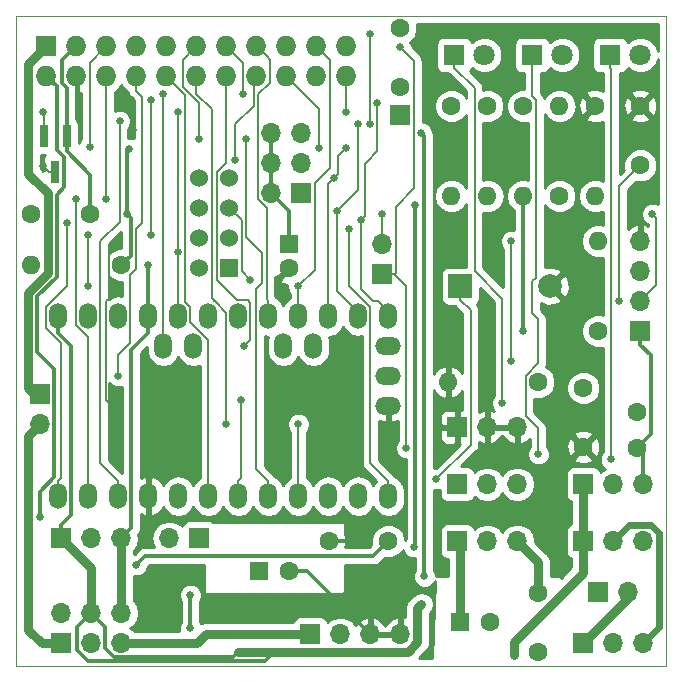
<source format=gbr>
%TF.GenerationSoftware,KiCad,Pcbnew,5.0.2-bee76a0~70~ubuntu18.04.1*%
%TF.CreationDate,2019-02-16T11:07:58+01:00*%
%TF.ProjectId,GP-Pcb,47502d50-6362-42e6-9b69-6361645f7063,2.0*%
%TF.SameCoordinates,Original*%
%TF.FileFunction,Copper,L2,Bot*%
%TF.FilePolarity,Positive*%
%FSLAX46Y46*%
G04 Gerber Fmt 4.6, Leading zero omitted, Abs format (unit mm)*
G04 Created by KiCad (PCBNEW 5.0.2-bee76a0~70~ubuntu18.04.1) date sab 16 feb 2019 11:07:58 CET*
%MOMM*%
%LPD*%
G01*
G04 APERTURE LIST*
%ADD10C,0.010000*%
%ADD11R,1.700000X1.700000*%
%ADD12C,1.600000*%
%ADD13R,1.600000X1.600000*%
%ADD14O,1.700000X1.700000*%
%ADD15R,1.524000X1.524000*%
%ADD16C,1.524000*%
%ADD17O,1.600000X1.600000*%
%ADD18R,0.800000X1.900000*%
%ADD19O,1.727200X1.727200*%
%ADD20R,1.727200X1.727200*%
%ADD21O,1.501140X2.199640*%
%ADD22O,2.199640X1.501140*%
%ADD23R,2.000000X2.000000*%
%ADD24C,2.000000*%
%ADD25R,1.800000X1.800000*%
%ADD26C,1.800000*%
%ADD27C,0.650000*%
%ADD28C,0.160000*%
%ADD29C,0.300000*%
%ADD30C,0.800000*%
%ADD31C,0.600000*%
%ADD32C,0.254000*%
G04 APERTURE END LIST*
D10*
X113420000Y-45720000D02*
X113420000Y-100720000D01*
X58420000Y-100720000D02*
X113420000Y-100720000D01*
X58420000Y-45720000D02*
X58420000Y-100720000D01*
X58420000Y-45720000D02*
X113420000Y-45720000D01*
D11*
X90932000Y-54102000D03*
D12*
X89916000Y-90170000D03*
X84916000Y-90170000D03*
D13*
X78994000Y-92710000D03*
D12*
X81494000Y-92710000D03*
D11*
X82550000Y-60706000D03*
D14*
X80010000Y-60706000D03*
X82550000Y-58166000D03*
X80010000Y-58166000D03*
X82550000Y-55626000D03*
X80010000Y-55626000D03*
D15*
X76454000Y-67056000D03*
D16*
X73914000Y-67056000D03*
X76454000Y-64516000D03*
X73914000Y-64516000D03*
X76454000Y-61976000D03*
X73914000Y-61976000D03*
X76454000Y-59436000D03*
X73914000Y-59436000D03*
D12*
X67310000Y-66802000D03*
D17*
X59690000Y-66802000D03*
D12*
X90932000Y-46736000D03*
X90932000Y-51736000D03*
X59690000Y-62484000D03*
X64690000Y-62484000D03*
D18*
X60772000Y-55904000D03*
X62672000Y-55904000D03*
X61722000Y-58904000D03*
D19*
X83820000Y-50800000D03*
X83820000Y-48260000D03*
X81280000Y-50800000D03*
X81280000Y-48260000D03*
X78740000Y-50800000D03*
X78740000Y-48260000D03*
X76200000Y-50800000D03*
X76200000Y-48260000D03*
X73660000Y-50800000D03*
X73660000Y-48260000D03*
X71120000Y-50800000D03*
X71120000Y-48260000D03*
D20*
X60960000Y-48260000D03*
D19*
X60960000Y-50800000D03*
X63500000Y-48260000D03*
X63500000Y-50800000D03*
X66040000Y-48260000D03*
X66040000Y-50800000D03*
X68580000Y-48260000D03*
X68580000Y-50800000D03*
X86360000Y-48260000D03*
X86360000Y-50800000D03*
D21*
X81026000Y-73660000D03*
X83566000Y-73660000D03*
X61976000Y-86360000D03*
X64516000Y-86360000D03*
X67056000Y-86360000D03*
X69596000Y-86360000D03*
X72136000Y-86360000D03*
X74676000Y-86360000D03*
X77216000Y-86360000D03*
X79756000Y-86360000D03*
X82296000Y-86360000D03*
X84836000Y-86360000D03*
X87376000Y-86360000D03*
X89916000Y-86360000D03*
X89916000Y-71120000D03*
X87376000Y-71120000D03*
X84836000Y-71120000D03*
X82296000Y-71120000D03*
X79756000Y-71120000D03*
X77216000Y-71120000D03*
X74676000Y-71120000D03*
X72136000Y-71120000D03*
X69596000Y-71120000D03*
X67056000Y-71120000D03*
X64516000Y-71120000D03*
X61976000Y-71120000D03*
X73406000Y-73660000D03*
X70866000Y-73660000D03*
D22*
X89916000Y-73660000D03*
X89916000Y-76200000D03*
X89916000Y-78740000D03*
D23*
X96012000Y-68580000D03*
D24*
X103612000Y-68580000D03*
D12*
X111252000Y-58340000D03*
X111252000Y-53340000D03*
X106426000Y-77216000D03*
X106426000Y-82216000D03*
X98512000Y-97028000D03*
D13*
X96012000Y-97028000D03*
D12*
X102616000Y-94568000D03*
X102616000Y-99568000D03*
D13*
X81534000Y-65024000D03*
D12*
X81534000Y-67024000D03*
D25*
X95504000Y-49022000D03*
D26*
X98044000Y-49022000D03*
D25*
X102108000Y-49022000D03*
D26*
X104648000Y-49022000D03*
X111252000Y-49022000D03*
D25*
X108712000Y-49022000D03*
D14*
X111252000Y-64770000D03*
X111252000Y-67310000D03*
X111252000Y-69850000D03*
D11*
X111252000Y-72390000D03*
D14*
X67310000Y-96266000D03*
X67310000Y-98806000D03*
X64770000Y-96266000D03*
X64770000Y-98806000D03*
X62230000Y-96266000D03*
D11*
X62230000Y-98806000D03*
D14*
X90932000Y-98044000D03*
X88392000Y-98044000D03*
X85852000Y-98044000D03*
D11*
X83312000Y-98044000D03*
D14*
X100838000Y-90170000D03*
X98298000Y-90170000D03*
D11*
X95758000Y-90170000D03*
X106426000Y-85344000D03*
D14*
X108966000Y-85344000D03*
X111506000Y-85344000D03*
X100838000Y-85344000D03*
X98298000Y-85344000D03*
D11*
X95758000Y-85344000D03*
X95758000Y-80518000D03*
D14*
X98298000Y-80518000D03*
X100838000Y-80518000D03*
D11*
X106426000Y-98806000D03*
D14*
X108966000Y-98806000D03*
X111506000Y-98806000D03*
D11*
X62230000Y-89916000D03*
D14*
X64770000Y-89916000D03*
X67310000Y-89916000D03*
X71374000Y-89916000D03*
D11*
X73914000Y-89916000D03*
X107696000Y-94488000D03*
D14*
X110236000Y-94488000D03*
X111506000Y-90170000D03*
X108966000Y-90170000D03*
D11*
X106426000Y-90170000D03*
D14*
X60452000Y-80264000D03*
D11*
X60452000Y-77724000D03*
X89408000Y-67564000D03*
D14*
X89408000Y-65024000D03*
D12*
X107696000Y-72390000D03*
D17*
X107696000Y-64770000D03*
D12*
X104394000Y-60960000D03*
D17*
X104394000Y-53340000D03*
X107442000Y-60960000D03*
D12*
X107442000Y-53340000D03*
X95250000Y-53340000D03*
D17*
X95250000Y-60960000D03*
X98298000Y-60960000D03*
D12*
X98298000Y-53340000D03*
X101346000Y-53340000D03*
D17*
X101346000Y-60960000D03*
D12*
X110998000Y-79248000D03*
X110998000Y-82248000D03*
D17*
X94996000Y-76708000D03*
D12*
X102616000Y-76708000D03*
D27*
X73914000Y-56134000D03*
X77856011Y-56134000D03*
X93980000Y-84917998D03*
X71374000Y-79756000D03*
X60678000Y-58420000D03*
X85852000Y-78994000D03*
X66802000Y-65024000D03*
X66802000Y-78994000D03*
X111760000Y-51054000D03*
X111506000Y-46736000D03*
X68326000Y-55372000D03*
X103632000Y-87122000D03*
X104648000Y-70866000D03*
X109474000Y-69850000D03*
X92964000Y-93167999D03*
X92710000Y-55626000D03*
X82296000Y-80264000D03*
X76185420Y-80249420D03*
X99568000Y-78486000D03*
X102616000Y-82804000D03*
X108776001Y-83247999D03*
X112268000Y-62484000D03*
X77470000Y-78232000D03*
X100330000Y-74930000D03*
X100330000Y-64770000D03*
X100584000Y-99822000D03*
X100584000Y-98672002D03*
X67818000Y-62484000D03*
X69596000Y-66802000D03*
X68002001Y-56965999D03*
X101346000Y-72390000D03*
X92710000Y-95504000D03*
X60452000Y-88138000D03*
X92074000Y-90678000D03*
X92202000Y-61722000D03*
X73152000Y-94742000D03*
X73152000Y-97536000D03*
X76962000Y-57912000D03*
X64516000Y-68580000D03*
X64516000Y-64262000D03*
X69850000Y-52832000D03*
X69850000Y-64262000D03*
X72136000Y-65720000D03*
X72136000Y-53848000D03*
X60706000Y-53848000D03*
X86360000Y-53848000D03*
X77596399Y-52324000D03*
X70866000Y-52324000D03*
X77724000Y-73660000D03*
X91440000Y-82296000D03*
X90932000Y-48334402D03*
X89408000Y-62484000D03*
X87630000Y-62992000D03*
X88997000Y-53086000D03*
X82296000Y-68580000D03*
X78232000Y-68072000D03*
X85344000Y-59436000D03*
X84074000Y-56896000D03*
X86360000Y-56896000D03*
X85598000Y-62230000D03*
X88392000Y-47244000D03*
X87376000Y-54864000D03*
X88392000Y-54864000D03*
X64643601Y-56768399D03*
X62709290Y-63274710D03*
X66040000Y-61214000D03*
X63485420Y-61228580D03*
X67056000Y-76200000D03*
X86614000Y-63754000D03*
X68580000Y-92202000D03*
X67183601Y-54610000D03*
D28*
X79756000Y-85100180D02*
X79756000Y-86360000D01*
X78725420Y-84069600D02*
X79756000Y-85100180D01*
X78725420Y-68848580D02*
X78725420Y-84069600D01*
X78725420Y-68848580D02*
X79248000Y-68326000D01*
X79248000Y-65786000D02*
X77856011Y-64394011D01*
X79248000Y-68326000D02*
X79248000Y-65786000D01*
X77856011Y-64394011D02*
X77856011Y-56134000D01*
X72516399Y-51687269D02*
X73914000Y-53084870D01*
X73660000Y-48260000D02*
X72516399Y-49403601D01*
X72516399Y-49403601D02*
X72516399Y-51687269D01*
X73914000Y-53084870D02*
X73914000Y-56134000D01*
X96888001Y-82009997D02*
X93980000Y-84917998D01*
X96888001Y-70616001D02*
X96888001Y-82009997D01*
X96012000Y-68580000D02*
X96012000Y-69740000D01*
X96012000Y-69740000D02*
X96888001Y-70616001D01*
X61162000Y-58904000D02*
X60678000Y-58420000D01*
X61722000Y-58904000D02*
X61162000Y-58904000D01*
X60678000Y-58420000D02*
X60452000Y-58420000D01*
X66229999Y-65136382D02*
X66229999Y-69660001D01*
X66802000Y-65024000D02*
X66342381Y-65024000D01*
X66342381Y-65024000D02*
X66229999Y-65136382D01*
X66025420Y-69864580D02*
X66025420Y-78217420D01*
X66229999Y-69660001D02*
X66025420Y-69864580D01*
X66025420Y-78217420D02*
X66802000Y-78994000D01*
D29*
X83058000Y-92710000D02*
X88392000Y-98044000D01*
X81494000Y-92710000D02*
X83058000Y-92710000D01*
X84916000Y-90170000D02*
X87884000Y-90170000D01*
D28*
X79883601Y-49403601D02*
X79603599Y-49123599D01*
X79883601Y-51348929D02*
X79883601Y-49403601D01*
X78879999Y-52352531D02*
X79883601Y-51348929D01*
X78879999Y-61248401D02*
X78879999Y-52352531D01*
X79608010Y-61976412D02*
X78879999Y-61248401D01*
X79608010Y-69712190D02*
X79608010Y-61976412D01*
X79603599Y-49123599D02*
X78740000Y-48260000D01*
X79756000Y-69860180D02*
X79608010Y-69712190D01*
X79756000Y-71120000D02*
X79756000Y-69860180D01*
X111252000Y-58340000D02*
X109474000Y-60118000D01*
X109474000Y-60118000D02*
X109474000Y-69850000D01*
D30*
X60580000Y-98806000D02*
X62230000Y-98806000D01*
X59436000Y-97662000D02*
X60580000Y-98806000D01*
X59436000Y-81280000D02*
X59436000Y-97662000D01*
X60452000Y-80264000D02*
X59436000Y-81280000D01*
D29*
X92964000Y-93167999D02*
X92964000Y-55880000D01*
X92964000Y-55880000D02*
X92710000Y-55626000D01*
D30*
X73736000Y-98806000D02*
X67310000Y-98806000D01*
X73736000Y-98806000D02*
X68512081Y-98806000D01*
X74498000Y-98044000D02*
X83312000Y-98044000D01*
X73736000Y-98806000D02*
X74498000Y-98044000D01*
X96012000Y-90424000D02*
X95758000Y-90170000D01*
X96012000Y-97028000D02*
X96012000Y-90424000D01*
X102616000Y-91948000D02*
X100838000Y-90170000D01*
X102616000Y-94568000D02*
X102616000Y-91948000D01*
D31*
X112355999Y-97956001D02*
X111506000Y-98806000D01*
X112856001Y-97455999D02*
X112355999Y-97956001D01*
X112154001Y-88819999D02*
X112856001Y-89521999D01*
X110316001Y-88819999D02*
X112154001Y-88819999D01*
X112856001Y-89521999D02*
X112856001Y-97455999D01*
X108966000Y-90170000D02*
X110316001Y-88819999D01*
D29*
X81534000Y-62230000D02*
X80010000Y-60706000D01*
X81534000Y-65024000D02*
X81534000Y-62230000D01*
X80010000Y-55626000D02*
X80010000Y-58166000D01*
X80010000Y-58166000D02*
X80010000Y-60706000D01*
D28*
X76185420Y-70822710D02*
X76185420Y-80249420D01*
X82296000Y-86360000D02*
X82296000Y-80264000D01*
X73660000Y-52321739D02*
X74956001Y-53617740D01*
X75184000Y-69821290D02*
X75212710Y-69850000D01*
X74956001Y-69593291D02*
X75212710Y-69850000D01*
X74956001Y-53617740D02*
X74956001Y-69593291D01*
X73660000Y-50800000D02*
X73660000Y-52321739D01*
X75212710Y-69850000D02*
X76185420Y-70822710D01*
X97217999Y-67299999D02*
X99568000Y-69650000D01*
X97217999Y-51795999D02*
X97217999Y-67299999D01*
X95504000Y-49022000D02*
X95504000Y-50082000D01*
X95504000Y-50082000D02*
X97217999Y-51795999D01*
X99568000Y-69650000D02*
X99568000Y-78486000D01*
X102426001Y-67871597D02*
X102108000Y-68189598D01*
X102426001Y-52821599D02*
X102426001Y-67871597D01*
X102108000Y-49022000D02*
X102108000Y-52503598D01*
X102108000Y-52503598D02*
X102426001Y-52821599D01*
X102108000Y-68189598D02*
X102108000Y-70866000D01*
X102108000Y-70866000D02*
X102616000Y-71374000D01*
X101535999Y-76189599D02*
X101535999Y-79543597D01*
X102616000Y-71374000D02*
X102616000Y-75109598D01*
X101535999Y-79543597D02*
X102616000Y-80623598D01*
X102616000Y-75109598D02*
X101535999Y-76189599D01*
X102616000Y-80623598D02*
X102616000Y-82804000D01*
X108776001Y-50146001D02*
X108776001Y-83247999D01*
X108712000Y-49022000D02*
X108712000Y-50082000D01*
X108712000Y-50082000D02*
X108776001Y-50146001D01*
X112101999Y-69000001D02*
X111252000Y-69850000D01*
X112592999Y-68509001D02*
X112101999Y-69000001D01*
X112592999Y-62808999D02*
X112592999Y-68509001D01*
X112268000Y-62484000D02*
X112592999Y-62808999D01*
X77216000Y-85100180D02*
X77470000Y-84846180D01*
X77216000Y-86360000D02*
X77216000Y-85100180D01*
X77470000Y-84846180D02*
X77470000Y-78232000D01*
X100330000Y-74930000D02*
X100330000Y-64770000D01*
D30*
X67310000Y-89916000D02*
X67310000Y-96266000D01*
D29*
X69596000Y-72519820D02*
X69596000Y-71120000D01*
X68159999Y-73955821D02*
X69596000Y-72519820D01*
X68159999Y-89066001D02*
X68159999Y-73955821D01*
X67310000Y-89916000D02*
X68159999Y-89066001D01*
X62286399Y-49473601D02*
X62636401Y-49123599D01*
X62636401Y-49123599D02*
X63500000Y-48260000D01*
X62286399Y-51419279D02*
X62286399Y-49473601D01*
X62672000Y-51804880D02*
X62286399Y-51419279D01*
X62672000Y-55904000D02*
X62672000Y-51804880D01*
X64690000Y-59172000D02*
X64690000Y-62484000D01*
X62672000Y-57154000D02*
X64690000Y-59172000D01*
X62672000Y-55904000D02*
X62672000Y-57154000D01*
D30*
X106426000Y-90170000D02*
X106426000Y-85344000D01*
D29*
X111506000Y-82756000D02*
X110998000Y-82248000D01*
X111506000Y-85344000D02*
X111506000Y-82756000D01*
X112148001Y-74436001D02*
X111252000Y-73540000D01*
X111252000Y-73540000D02*
X111252000Y-72390000D01*
X112148001Y-81097999D02*
X112148001Y-74436001D01*
X110998000Y-82248000D02*
X112148001Y-81097999D01*
D30*
X106426000Y-92830002D02*
X100584000Y-98672002D01*
X106426000Y-90170000D02*
X106426000Y-92830002D01*
X100584000Y-98672002D02*
X100584000Y-99822000D01*
D29*
X68109999Y-62775999D02*
X67818000Y-62484000D01*
X68109999Y-66002001D02*
X68109999Y-62775999D01*
X67310000Y-66802000D02*
X68109999Y-66002001D01*
X69596000Y-71120000D02*
X69596000Y-66802000D01*
X67818000Y-57150000D02*
X68002001Y-56965999D01*
X67818000Y-62484000D02*
X67818000Y-57150000D01*
X101346000Y-60960000D02*
X101346000Y-72390000D01*
X62230000Y-88766000D02*
X62230000Y-89916000D01*
X63076580Y-87919420D02*
X62230000Y-88766000D01*
X63076580Y-73620400D02*
X63076580Y-87919420D01*
X61976000Y-72519820D02*
X63076580Y-73620400D01*
X61976000Y-71120000D02*
X61976000Y-72519820D01*
D30*
X64770000Y-92456000D02*
X62230000Y-89916000D01*
X64770000Y-96266000D02*
X64770000Y-92456000D01*
X92382001Y-98740001D02*
X91554002Y-99568000D01*
X92710000Y-95504000D02*
X92382001Y-95831999D01*
X92382001Y-95831999D02*
X92382001Y-98740001D01*
D29*
X79502000Y-100330000D02*
X80264000Y-99568000D01*
D30*
X91554002Y-99568000D02*
X80264000Y-99568000D01*
D29*
X63569999Y-97466001D02*
X63569999Y-99382001D01*
D30*
X80264000Y-99568000D02*
X77216000Y-99568000D01*
D29*
X64770000Y-96266000D02*
X63569999Y-97466001D01*
X64517998Y-100330000D02*
X79502000Y-100330000D01*
X63569999Y-99382001D02*
X64517998Y-100330000D01*
X65619999Y-97115999D02*
X64770000Y-96266000D01*
X65970001Y-99244001D02*
X65970001Y-97466001D01*
X66732001Y-100006001D02*
X65970001Y-99244001D01*
X65970001Y-97466001D02*
X65619999Y-97115999D01*
X76777999Y-100006001D02*
X66732001Y-100006001D01*
X77216000Y-99568000D02*
X76777999Y-100006001D01*
X61652001Y-84778294D02*
X60452000Y-85978295D01*
X61652001Y-75622001D02*
X61652001Y-84778294D01*
X60452000Y-85978295D02*
X60452000Y-88138000D01*
X92202000Y-90550000D02*
X92074000Y-90678000D01*
X92202000Y-61722000D02*
X92202000Y-90550000D01*
X73152000Y-94742000D02*
X73152000Y-97536000D01*
X60186010Y-69438666D02*
X60186010Y-74156010D01*
X61840010Y-67784666D02*
X60186010Y-69438666D01*
X62472001Y-60209999D02*
X61840011Y-60841989D01*
X60960000Y-74930000D02*
X61652001Y-75622001D01*
X62472001Y-57673999D02*
X62472001Y-60209999D01*
X60186010Y-74156010D02*
X60960000Y-74930000D01*
X60875420Y-74845420D02*
X60960000Y-74930000D01*
X60960000Y-50800000D02*
X61823599Y-51663599D01*
X61823599Y-51663599D02*
X61823599Y-57025597D01*
X61840011Y-60841989D02*
X61840010Y-67784666D01*
X61823599Y-57025597D02*
X62472001Y-57673999D01*
D28*
X76962000Y-57912000D02*
X76962000Y-54864000D01*
X78519989Y-51020011D02*
X78740000Y-50800000D01*
X78519989Y-53306011D02*
X78519989Y-51020011D01*
X76962000Y-54864000D02*
X78519989Y-53306011D01*
X64516000Y-68580000D02*
X64516000Y-64262000D01*
X64516000Y-64262000D02*
X64516000Y-64256402D01*
X69850000Y-64262000D02*
X69850000Y-52832000D01*
X72136000Y-71120000D02*
X72136000Y-65720000D01*
X72136000Y-65720000D02*
X72136000Y-53848000D01*
X60772000Y-53914000D02*
X60706000Y-53848000D01*
X60772000Y-55904000D02*
X60772000Y-53914000D01*
X86360000Y-50800000D02*
X86360000Y-53848000D01*
X77596399Y-49656399D02*
X77596399Y-52324000D01*
X76200000Y-48260000D02*
X77596399Y-49656399D01*
X77596399Y-52324000D02*
X77596399Y-52450399D01*
X70866000Y-73660000D02*
X70866000Y-55880000D01*
X70866000Y-52324000D02*
X70866000Y-55880000D01*
X70866000Y-55880000D02*
X70866000Y-55626000D01*
X78246580Y-69985170D02*
X78246580Y-73137420D01*
X76200000Y-58147838D02*
X75411999Y-58935839D01*
X76200000Y-50800000D02*
X76200000Y-58147838D01*
X75411999Y-58935839D02*
X75411999Y-68042001D01*
X75411999Y-68042001D02*
X77110168Y-69740170D01*
X77110168Y-69740170D02*
X78001580Y-69740170D01*
X78001580Y-69740170D02*
X78246580Y-69985170D01*
X78246580Y-73137420D02*
X77724000Y-73660000D01*
D30*
X110236000Y-94996000D02*
X110236000Y-94488000D01*
X106426000Y-98806000D02*
X110236000Y-94996000D01*
X59436000Y-59048002D02*
X59436000Y-49784000D01*
X59944000Y-77724000D02*
X59436000Y-77216000D01*
X59436000Y-77216000D02*
X59436000Y-69128002D01*
X60452000Y-77724000D02*
X59944000Y-77724000D01*
X59436000Y-69128002D02*
X61090001Y-67474001D01*
X61090001Y-60702003D02*
X59436000Y-59048002D01*
X59436000Y-49784000D02*
X60960000Y-48260000D01*
X61090001Y-67474001D02*
X61090001Y-60702003D01*
D28*
X90418000Y-67564000D02*
X91440000Y-68586000D01*
X91440000Y-68586000D02*
X91440000Y-82296000D01*
X90418000Y-67564000D02*
X89408000Y-67564000D01*
X90538001Y-61861999D02*
X90538001Y-67443999D01*
X90538001Y-67443999D02*
X90418000Y-67564000D01*
X92104999Y-60295001D02*
X90538001Y-61861999D01*
X92104999Y-49507401D02*
X92104999Y-60295001D01*
X90932000Y-48334402D02*
X92104999Y-49507401D01*
X89408000Y-65024000D02*
X89408000Y-62484000D01*
X89916000Y-70770750D02*
X89916000Y-71120000D01*
X89005430Y-69860180D02*
X89916000Y-70770750D01*
X88656180Y-69860180D02*
X89005430Y-69860180D01*
X87630000Y-68834000D02*
X88656180Y-69860180D01*
X87630000Y-62992000D02*
X87630000Y-68834000D01*
X88997000Y-53086000D02*
X88997000Y-57180598D01*
X87954999Y-58222599D02*
X88138000Y-58039598D01*
X87954999Y-62667001D02*
X87954999Y-58222599D01*
X87630000Y-62992000D02*
X87954999Y-62667001D01*
X88997000Y-57180598D02*
X88138000Y-58039598D01*
X88138000Y-58039598D02*
X88011598Y-58166000D01*
X82296000Y-70770750D02*
X82296000Y-71120000D01*
X77496001Y-63018001D02*
X77496001Y-67336001D01*
X76454000Y-61976000D02*
X77496001Y-63018001D01*
X77496001Y-67336001D02*
X78232000Y-68072000D01*
X82296000Y-71120000D02*
X82296000Y-68580000D01*
X83680001Y-67195999D02*
X82296000Y-68580000D01*
X83680001Y-59829999D02*
X83680001Y-67195999D01*
X84963601Y-58546399D02*
X83680001Y-59829999D01*
X84963601Y-49403601D02*
X84963601Y-58546399D01*
X83820000Y-48260000D02*
X84963601Y-49403601D01*
X84836000Y-59944000D02*
X85344000Y-59436000D01*
X84836000Y-71120000D02*
X84836000Y-59944000D01*
X81280000Y-50800000D02*
X84074000Y-53594000D01*
X84074000Y-53594000D02*
X84074000Y-56896000D01*
X85668999Y-59111001D02*
X85668999Y-57587001D01*
X85344000Y-59436000D02*
X85668999Y-59111001D01*
X85668999Y-57587001D02*
X86360000Y-56896000D01*
X85598000Y-68992750D02*
X85598000Y-62230000D01*
X87376000Y-70770750D02*
X85598000Y-68992750D01*
X87376000Y-71120000D02*
X87376000Y-70770750D01*
X88392000Y-47244000D02*
X88392000Y-54864000D01*
X85598000Y-62230000D02*
X87376000Y-60452000D01*
X87376000Y-60452000D02*
X87376000Y-54864000D01*
X74676000Y-73123290D02*
X74676000Y-86360000D01*
X73166580Y-71613870D02*
X74676000Y-73123290D01*
X73166580Y-70343870D02*
X73166580Y-71613870D01*
X72741001Y-69918291D02*
X73166580Y-70343870D01*
X72741001Y-52421001D02*
X72741001Y-69918291D01*
X71120000Y-50800000D02*
X72741001Y-52421001D01*
X64643601Y-49656399D02*
X64643601Y-56768399D01*
X66040000Y-48260000D02*
X64643601Y-49656399D01*
X64643601Y-56642000D02*
X64643601Y-56768399D01*
X61976000Y-85100180D02*
X62230000Y-84846180D01*
X61976000Y-86360000D02*
X61976000Y-85100180D01*
X62230000Y-84846180D02*
X62230000Y-73381944D01*
X60945420Y-70343870D02*
X62709290Y-68580000D01*
X60945420Y-72097364D02*
X60945420Y-70343870D01*
X62230000Y-73381944D02*
X60945420Y-72097364D01*
X62709290Y-68580000D02*
X62709290Y-63274710D01*
X63485420Y-71896130D02*
X63485420Y-61228580D01*
X64516000Y-86360000D02*
X64516000Y-72926710D01*
X64516000Y-72926710D02*
X63485420Y-71896130D01*
X63485420Y-61228580D02*
X63500000Y-61214000D01*
X66040000Y-50800000D02*
X66040000Y-61214000D01*
X68086580Y-73421116D02*
X67056000Y-74451696D01*
X68086580Y-67623822D02*
X68086580Y-73421116D01*
X68580000Y-67130402D02*
X68086580Y-67623822D01*
X67056000Y-76200000D02*
X67056000Y-75946000D01*
X67056000Y-74451696D02*
X67056000Y-76200000D01*
X68580000Y-52021314D02*
X69088000Y-52529314D01*
X68580000Y-50800000D02*
X68580000Y-52021314D01*
X68580000Y-67130402D02*
X68580000Y-63754000D01*
X68580000Y-63754000D02*
X69088000Y-63246000D01*
X69088000Y-52529314D02*
X69088000Y-58928000D01*
X69088000Y-63246000D02*
X69088000Y-58928000D01*
X69088000Y-58928000D02*
X69088000Y-59944000D01*
X88406580Y-83590760D02*
X89916000Y-85100180D01*
X88406580Y-70343870D02*
X88406580Y-83590760D01*
X89916000Y-85100180D02*
X89916000Y-86360000D01*
X86614000Y-68551290D02*
X88406580Y-70343870D01*
X86614000Y-63754000D02*
X86614000Y-68551290D01*
D29*
X88646000Y-91440000D02*
X69342000Y-91440000D01*
X89916000Y-90170000D02*
X88646000Y-91440000D01*
X69342000Y-91440000D02*
X68580000Y-92202000D01*
X68580000Y-92202000D02*
X68580000Y-92202000D01*
D28*
X67056000Y-85100180D02*
X67056000Y-86360000D01*
X65546580Y-64755420D02*
X65546580Y-83590760D01*
X65546580Y-83590760D02*
X67056000Y-85100180D01*
X67183601Y-63118399D02*
X65546580Y-64755420D01*
X67183601Y-54610000D02*
X67183601Y-63118399D01*
D32*
G36*
X91260151Y-91221797D02*
X91530203Y-91491849D01*
X91883044Y-91638000D01*
X92179000Y-91638000D01*
X92179000Y-92595353D01*
X92150151Y-92624202D01*
X92004000Y-92977043D01*
X92004000Y-93358955D01*
X92150151Y-93711796D01*
X92420203Y-93981848D01*
X92773044Y-94127999D01*
X93154956Y-94127999D01*
X93507797Y-93981848D01*
X93777849Y-93711796D01*
X93841168Y-93558930D01*
X93616303Y-100080000D01*
X92505712Y-100080000D01*
X93041777Y-99543936D01*
X93128194Y-99486194D01*
X93356949Y-99143838D01*
X93417001Y-98841936D01*
X93417001Y-98841931D01*
X93437276Y-98740002D01*
X93417001Y-98638072D01*
X93417001Y-96260709D01*
X93513934Y-96163776D01*
X93684948Y-95907836D01*
X93765276Y-95504000D01*
X93684948Y-95100164D01*
X93456193Y-94757807D01*
X93113836Y-94529052D01*
X92710000Y-94448724D01*
X92306164Y-94529052D01*
X92050224Y-94700066D01*
X91722228Y-95028062D01*
X91635808Y-95085806D01*
X91425980Y-95399837D01*
X91407053Y-95428163D01*
X91326725Y-95831999D01*
X91347001Y-95933934D01*
X91347001Y-96626593D01*
X91288890Y-96602524D01*
X91059000Y-96723845D01*
X91059000Y-97917000D01*
X91079000Y-97917000D01*
X91079000Y-98171000D01*
X91059000Y-98171000D01*
X91059000Y-98191000D01*
X90805000Y-98191000D01*
X90805000Y-98171000D01*
X88519000Y-98171000D01*
X88519000Y-98191000D01*
X88265000Y-98191000D01*
X88265000Y-98171000D01*
X88245000Y-98171000D01*
X88245000Y-97917000D01*
X88265000Y-97917000D01*
X88265000Y-96723845D01*
X88519000Y-96723845D01*
X88519000Y-97917000D01*
X90805000Y-97917000D01*
X90805000Y-96723845D01*
X90575110Y-96602524D01*
X90165076Y-96772355D01*
X89736817Y-97162642D01*
X89662000Y-97321954D01*
X89587183Y-97162642D01*
X89158924Y-96772355D01*
X88748890Y-96602524D01*
X88519000Y-96723845D01*
X88265000Y-96723845D01*
X88035110Y-96602524D01*
X87625076Y-96772355D01*
X87196817Y-97162642D01*
X87135843Y-97292478D01*
X86922625Y-96973375D01*
X86431418Y-96645161D01*
X85998256Y-96559000D01*
X85705744Y-96559000D01*
X85272582Y-96645161D01*
X84781375Y-96973375D01*
X84769184Y-96991619D01*
X84760157Y-96946235D01*
X84619809Y-96736191D01*
X84409765Y-96595843D01*
X84162000Y-96546560D01*
X82462000Y-96546560D01*
X82214235Y-96595843D01*
X82004191Y-96736191D01*
X81863843Y-96946235D01*
X81851358Y-97009000D01*
X74599934Y-97009000D01*
X74498000Y-96988724D01*
X74396065Y-97009000D01*
X74094163Y-97069052D01*
X74018595Y-97119545D01*
X73965849Y-96992203D01*
X73937000Y-96963354D01*
X73937000Y-95314646D01*
X73965849Y-95285797D01*
X74112000Y-94932956D01*
X74112000Y-94551044D01*
X73965849Y-94198203D01*
X73695797Y-93928151D01*
X73342956Y-93782000D01*
X72961044Y-93782000D01*
X72608203Y-93928151D01*
X72338151Y-94198203D01*
X72192000Y-94551044D01*
X72192000Y-94932956D01*
X72338151Y-95285797D01*
X72367000Y-95314646D01*
X72367001Y-96963353D01*
X72338151Y-96992203D01*
X72192000Y-97345044D01*
X72192000Y-97726956D01*
X72210244Y-97771000D01*
X68404429Y-97771000D01*
X68380625Y-97735375D01*
X68082239Y-97536000D01*
X68380625Y-97336625D01*
X68708839Y-96845418D01*
X68824092Y-96266000D01*
X68708839Y-95686582D01*
X68380625Y-95195375D01*
X68345000Y-95171571D01*
X68345000Y-93143756D01*
X68389044Y-93162000D01*
X68770956Y-93162000D01*
X69123797Y-93015849D01*
X69393849Y-92745797D01*
X69540000Y-92392956D01*
X69540000Y-92352157D01*
X69667157Y-92225000D01*
X74295000Y-92225000D01*
X74295000Y-94488000D01*
X74304667Y-94536601D01*
X74332197Y-94577803D01*
X74373399Y-94605333D01*
X74422000Y-94615000D01*
X86106000Y-94615000D01*
X86154601Y-94605333D01*
X86195803Y-94577803D01*
X86223333Y-94536601D01*
X86233000Y-94488000D01*
X86233000Y-92225000D01*
X88568688Y-92225000D01*
X88646000Y-92240378D01*
X88723312Y-92225000D01*
X88723316Y-92225000D01*
X88952292Y-92179454D01*
X89211953Y-92005953D01*
X89255749Y-91940408D01*
X89602698Y-91593459D01*
X89630561Y-91605000D01*
X90201439Y-91605000D01*
X90728862Y-91386534D01*
X91132534Y-90982862D01*
X91146858Y-90948282D01*
X91260151Y-91221797D01*
X91260151Y-91221797D01*
G37*
X91260151Y-91221797D02*
X91530203Y-91491849D01*
X91883044Y-91638000D01*
X92179000Y-91638000D01*
X92179000Y-92595353D01*
X92150151Y-92624202D01*
X92004000Y-92977043D01*
X92004000Y-93358955D01*
X92150151Y-93711796D01*
X92420203Y-93981848D01*
X92773044Y-94127999D01*
X93154956Y-94127999D01*
X93507797Y-93981848D01*
X93777849Y-93711796D01*
X93841168Y-93558930D01*
X93616303Y-100080000D01*
X92505712Y-100080000D01*
X93041777Y-99543936D01*
X93128194Y-99486194D01*
X93356949Y-99143838D01*
X93417001Y-98841936D01*
X93417001Y-98841931D01*
X93437276Y-98740002D01*
X93417001Y-98638072D01*
X93417001Y-96260709D01*
X93513934Y-96163776D01*
X93684948Y-95907836D01*
X93765276Y-95504000D01*
X93684948Y-95100164D01*
X93456193Y-94757807D01*
X93113836Y-94529052D01*
X92710000Y-94448724D01*
X92306164Y-94529052D01*
X92050224Y-94700066D01*
X91722228Y-95028062D01*
X91635808Y-95085806D01*
X91425980Y-95399837D01*
X91407053Y-95428163D01*
X91326725Y-95831999D01*
X91347001Y-95933934D01*
X91347001Y-96626593D01*
X91288890Y-96602524D01*
X91059000Y-96723845D01*
X91059000Y-97917000D01*
X91079000Y-97917000D01*
X91079000Y-98171000D01*
X91059000Y-98171000D01*
X91059000Y-98191000D01*
X90805000Y-98191000D01*
X90805000Y-98171000D01*
X88519000Y-98171000D01*
X88519000Y-98191000D01*
X88265000Y-98191000D01*
X88265000Y-98171000D01*
X88245000Y-98171000D01*
X88245000Y-97917000D01*
X88265000Y-97917000D01*
X88265000Y-96723845D01*
X88519000Y-96723845D01*
X88519000Y-97917000D01*
X90805000Y-97917000D01*
X90805000Y-96723845D01*
X90575110Y-96602524D01*
X90165076Y-96772355D01*
X89736817Y-97162642D01*
X89662000Y-97321954D01*
X89587183Y-97162642D01*
X89158924Y-96772355D01*
X88748890Y-96602524D01*
X88519000Y-96723845D01*
X88265000Y-96723845D01*
X88035110Y-96602524D01*
X87625076Y-96772355D01*
X87196817Y-97162642D01*
X87135843Y-97292478D01*
X86922625Y-96973375D01*
X86431418Y-96645161D01*
X85998256Y-96559000D01*
X85705744Y-96559000D01*
X85272582Y-96645161D01*
X84781375Y-96973375D01*
X84769184Y-96991619D01*
X84760157Y-96946235D01*
X84619809Y-96736191D01*
X84409765Y-96595843D01*
X84162000Y-96546560D01*
X82462000Y-96546560D01*
X82214235Y-96595843D01*
X82004191Y-96736191D01*
X81863843Y-96946235D01*
X81851358Y-97009000D01*
X74599934Y-97009000D01*
X74498000Y-96988724D01*
X74396065Y-97009000D01*
X74094163Y-97069052D01*
X74018595Y-97119545D01*
X73965849Y-96992203D01*
X73937000Y-96963354D01*
X73937000Y-95314646D01*
X73965849Y-95285797D01*
X74112000Y-94932956D01*
X74112000Y-94551044D01*
X73965849Y-94198203D01*
X73695797Y-93928151D01*
X73342956Y-93782000D01*
X72961044Y-93782000D01*
X72608203Y-93928151D01*
X72338151Y-94198203D01*
X72192000Y-94551044D01*
X72192000Y-94932956D01*
X72338151Y-95285797D01*
X72367000Y-95314646D01*
X72367001Y-96963353D01*
X72338151Y-96992203D01*
X72192000Y-97345044D01*
X72192000Y-97726956D01*
X72210244Y-97771000D01*
X68404429Y-97771000D01*
X68380625Y-97735375D01*
X68082239Y-97536000D01*
X68380625Y-97336625D01*
X68708839Y-96845418D01*
X68824092Y-96266000D01*
X68708839Y-95686582D01*
X68380625Y-95195375D01*
X68345000Y-95171571D01*
X68345000Y-93143756D01*
X68389044Y-93162000D01*
X68770956Y-93162000D01*
X69123797Y-93015849D01*
X69393849Y-92745797D01*
X69540000Y-92392956D01*
X69540000Y-92352157D01*
X69667157Y-92225000D01*
X74295000Y-92225000D01*
X74295000Y-94488000D01*
X74304667Y-94536601D01*
X74332197Y-94577803D01*
X74373399Y-94605333D01*
X74422000Y-94615000D01*
X86106000Y-94615000D01*
X86154601Y-94605333D01*
X86195803Y-94577803D01*
X86223333Y-94536601D01*
X86233000Y-94488000D01*
X86233000Y-92225000D01*
X88568688Y-92225000D01*
X88646000Y-92240378D01*
X88723312Y-92225000D01*
X88723316Y-92225000D01*
X88952292Y-92179454D01*
X89211953Y-92005953D01*
X89255749Y-91940408D01*
X89602698Y-91593459D01*
X89630561Y-91605000D01*
X90201439Y-91605000D01*
X90728862Y-91386534D01*
X91132534Y-90982862D01*
X91146858Y-90948282D01*
X91260151Y-91221797D01*
G36*
X109093000Y-98679000D02*
X109113000Y-98679000D01*
X109113000Y-98933000D01*
X109093000Y-98933000D01*
X109093000Y-98953000D01*
X108839000Y-98953000D01*
X108839000Y-98933000D01*
X108819000Y-98933000D01*
X108819000Y-98679000D01*
X108839000Y-98679000D01*
X108839000Y-98659000D01*
X109093000Y-98659000D01*
X109093000Y-98679000D01*
X109093000Y-98679000D01*
G37*
X109093000Y-98679000D02*
X109113000Y-98679000D01*
X109113000Y-98933000D01*
X109093000Y-98933000D01*
X109093000Y-98953000D01*
X108839000Y-98953000D01*
X108839000Y-98933000D01*
X108819000Y-98933000D01*
X108819000Y-98679000D01*
X108839000Y-98679000D01*
X108839000Y-98659000D01*
X109093000Y-98659000D01*
X109093000Y-98679000D01*
G36*
X112780000Y-48699771D02*
X112553310Y-48152493D01*
X112121507Y-47720690D01*
X111557330Y-47487000D01*
X110946670Y-47487000D01*
X110382493Y-47720690D01*
X110213275Y-47889908D01*
X110210157Y-47874235D01*
X110069809Y-47664191D01*
X109859765Y-47523843D01*
X109612000Y-47474560D01*
X107812000Y-47474560D01*
X107564235Y-47523843D01*
X107354191Y-47664191D01*
X107213843Y-47874235D01*
X107164560Y-48122000D01*
X107164560Y-49922000D01*
X107213843Y-50169765D01*
X107354191Y-50379809D01*
X107564235Y-50520157D01*
X107812000Y-50569440D01*
X108061001Y-50569440D01*
X108061001Y-52037610D01*
X107658777Y-51893035D01*
X107088546Y-51920222D01*
X106687995Y-52086136D01*
X106613861Y-52332255D01*
X107442000Y-53160395D01*
X107456142Y-53146252D01*
X107635748Y-53325858D01*
X107621605Y-53340000D01*
X107635748Y-53354143D01*
X107456142Y-53533748D01*
X107442000Y-53519605D01*
X106613861Y-54347745D01*
X106687995Y-54593864D01*
X107225223Y-54786965D01*
X107795454Y-54759778D01*
X108061001Y-54649785D01*
X108061001Y-59647744D01*
X108001909Y-59608260D01*
X107583333Y-59525000D01*
X107300667Y-59525000D01*
X106882091Y-59608260D01*
X106407423Y-59925423D01*
X106090260Y-60400091D01*
X105978887Y-60960000D01*
X106090260Y-61519909D01*
X106407423Y-61994577D01*
X106882091Y-62311740D01*
X107300667Y-62395000D01*
X107583333Y-62395000D01*
X108001909Y-62311740D01*
X108061001Y-62272256D01*
X108061001Y-63379490D01*
X107837333Y-63335000D01*
X107554667Y-63335000D01*
X107136091Y-63418260D01*
X106661423Y-63735423D01*
X106344260Y-64210091D01*
X106232887Y-64770000D01*
X106344260Y-65329909D01*
X106661423Y-65804577D01*
X107136091Y-66121740D01*
X107554667Y-66205000D01*
X107837333Y-66205000D01*
X108061001Y-66160510D01*
X108061002Y-70987956D01*
X107981439Y-70955000D01*
X107410561Y-70955000D01*
X106883138Y-71173466D01*
X106479466Y-71577138D01*
X106261000Y-72104561D01*
X106261000Y-72675439D01*
X106479466Y-73202862D01*
X106883138Y-73606534D01*
X107410561Y-73825000D01*
X107981439Y-73825000D01*
X108061002Y-73792044D01*
X108061002Y-82605352D01*
X107962152Y-82704202D01*
X107816001Y-83057043D01*
X107816001Y-83438955D01*
X107962152Y-83791796D01*
X108224090Y-84053734D01*
X107895375Y-84273375D01*
X107883184Y-84291619D01*
X107874157Y-84246235D01*
X107733809Y-84036191D01*
X107523765Y-83895843D01*
X107276000Y-83846560D01*
X105576000Y-83846560D01*
X105328235Y-83895843D01*
X105118191Y-84036191D01*
X104977843Y-84246235D01*
X104928560Y-84494000D01*
X104928560Y-86194000D01*
X104977843Y-86441765D01*
X105118191Y-86651809D01*
X105328235Y-86792157D01*
X105391001Y-86804642D01*
X105391000Y-88709358D01*
X105328235Y-88721843D01*
X105118191Y-88862191D01*
X104977843Y-89072235D01*
X104928560Y-89320000D01*
X104928560Y-91020000D01*
X104977843Y-91267765D01*
X105118191Y-91477809D01*
X105328235Y-91618157D01*
X105391001Y-91630642D01*
X105391001Y-92401290D01*
X104519236Y-93273055D01*
X104520930Y-93222231D01*
X104511333Y-93169399D01*
X104483803Y-93128197D01*
X104442601Y-93100667D01*
X104394000Y-93091000D01*
X103651000Y-93091000D01*
X103651000Y-92049934D01*
X103671276Y-91948000D01*
X103590948Y-91544163D01*
X103555993Y-91491849D01*
X103362193Y-91201807D01*
X103275776Y-91144065D01*
X102343733Y-90212023D01*
X102352092Y-90170000D01*
X102236839Y-89590582D01*
X101908625Y-89099375D01*
X101417418Y-88771161D01*
X100984256Y-88685000D01*
X100691744Y-88685000D01*
X100258582Y-88771161D01*
X99767375Y-89099375D01*
X99568000Y-89397761D01*
X99368625Y-89099375D01*
X98877418Y-88771161D01*
X98444256Y-88685000D01*
X98151744Y-88685000D01*
X97718582Y-88771161D01*
X97227375Y-89099375D01*
X97215184Y-89117619D01*
X97206157Y-89072235D01*
X97065809Y-88862191D01*
X96855765Y-88721843D01*
X96608000Y-88672560D01*
X94908000Y-88672560D01*
X94660235Y-88721843D01*
X94450191Y-88862191D01*
X94309843Y-89072235D01*
X94260560Y-89320000D01*
X94260560Y-91020000D01*
X94309843Y-91267765D01*
X94450191Y-91477809D01*
X94660235Y-91618157D01*
X94908000Y-91667440D01*
X94977001Y-91667440D01*
X94977001Y-93091000D01*
X93980000Y-93091000D01*
X93935472Y-93099062D01*
X93924000Y-93106168D01*
X93924000Y-92977043D01*
X93777849Y-92624202D01*
X93749000Y-92595353D01*
X93749000Y-85861411D01*
X93789044Y-85877998D01*
X94170956Y-85877998D01*
X94260560Y-85840883D01*
X94260560Y-86194000D01*
X94309843Y-86441765D01*
X94450191Y-86651809D01*
X94660235Y-86792157D01*
X94908000Y-86841440D01*
X96608000Y-86841440D01*
X96855765Y-86792157D01*
X97065809Y-86651809D01*
X97206157Y-86441765D01*
X97215184Y-86396381D01*
X97227375Y-86414625D01*
X97718582Y-86742839D01*
X98151744Y-86829000D01*
X98444256Y-86829000D01*
X98877418Y-86742839D01*
X99368625Y-86414625D01*
X99568000Y-86116239D01*
X99767375Y-86414625D01*
X100258582Y-86742839D01*
X100691744Y-86829000D01*
X100984256Y-86829000D01*
X101417418Y-86742839D01*
X101908625Y-86414625D01*
X102236839Y-85923418D01*
X102352092Y-85344000D01*
X102236839Y-84764582D01*
X101908625Y-84273375D01*
X101417418Y-83945161D01*
X100984256Y-83859000D01*
X100691744Y-83859000D01*
X100258582Y-83945161D01*
X99767375Y-84273375D01*
X99568000Y-84571761D01*
X99368625Y-84273375D01*
X98877418Y-83945161D01*
X98444256Y-83859000D01*
X98151744Y-83859000D01*
X97718582Y-83945161D01*
X97227375Y-84273375D01*
X97215184Y-84291619D01*
X97206157Y-84246235D01*
X97065809Y-84036191D01*
X96855765Y-83895843D01*
X96608000Y-83846560D01*
X96062601Y-83846560D01*
X97343789Y-82565372D01*
X97403487Y-82525483D01*
X97561516Y-82288976D01*
X97603001Y-82080415D01*
X97603001Y-82080411D01*
X97617007Y-82009998D01*
X97603001Y-81939585D01*
X97603001Y-81819435D01*
X97941110Y-81959476D01*
X98171000Y-81838155D01*
X98171000Y-80645000D01*
X98425000Y-80645000D01*
X98425000Y-81838155D01*
X98654890Y-81959476D01*
X99064924Y-81789645D01*
X99493183Y-81399358D01*
X99568000Y-81240046D01*
X99642817Y-81399358D01*
X100071076Y-81789645D01*
X100481110Y-81959476D01*
X100711000Y-81838155D01*
X100711000Y-80645000D01*
X98425000Y-80645000D01*
X98171000Y-80645000D01*
X98151000Y-80645000D01*
X98151000Y-80391000D01*
X98171000Y-80391000D01*
X98171000Y-79197845D01*
X97941110Y-79076524D01*
X97603001Y-79216565D01*
X97603001Y-70686413D01*
X97617007Y-70616000D01*
X97603001Y-70545587D01*
X97603001Y-70545583D01*
X97561516Y-70337022D01*
X97488295Y-70227440D01*
X97443375Y-70160212D01*
X97443374Y-70160211D01*
X97403486Y-70100515D01*
X97389725Y-70091320D01*
X97469809Y-70037809D01*
X97610157Y-69827765D01*
X97659440Y-69580000D01*
X97659440Y-68752602D01*
X98853000Y-69946163D01*
X98853001Y-77843353D01*
X98754151Y-77942203D01*
X98608000Y-78295044D01*
X98608000Y-78676956D01*
X98754151Y-79029797D01*
X98904096Y-79179742D01*
X98654890Y-79076524D01*
X98425000Y-79197845D01*
X98425000Y-80391000D01*
X100711000Y-80391000D01*
X100711000Y-80371000D01*
X100965000Y-80371000D01*
X100965000Y-80391000D01*
X100985000Y-80391000D01*
X100985000Y-80645000D01*
X100965000Y-80645000D01*
X100965000Y-81838155D01*
X101194890Y-81959476D01*
X101604924Y-81789645D01*
X101901000Y-81519820D01*
X101901001Y-82161353D01*
X101802151Y-82260203D01*
X101656000Y-82613044D01*
X101656000Y-82994956D01*
X101802151Y-83347797D01*
X102072203Y-83617849D01*
X102425044Y-83764000D01*
X102806956Y-83764000D01*
X103159797Y-83617849D01*
X103429849Y-83347797D01*
X103481232Y-83223745D01*
X105597861Y-83223745D01*
X105671995Y-83469864D01*
X106209223Y-83662965D01*
X106779454Y-83635778D01*
X107180005Y-83469864D01*
X107254139Y-83223745D01*
X106426000Y-82395605D01*
X105597861Y-83223745D01*
X103481232Y-83223745D01*
X103576000Y-82994956D01*
X103576000Y-82613044D01*
X103429849Y-82260203D01*
X103331000Y-82161354D01*
X103331000Y-81999223D01*
X104979035Y-81999223D01*
X105006222Y-82569454D01*
X105172136Y-82970005D01*
X105418255Y-83044139D01*
X106246395Y-82216000D01*
X106605605Y-82216000D01*
X107433745Y-83044139D01*
X107679864Y-82970005D01*
X107872965Y-82432777D01*
X107845778Y-81862546D01*
X107679864Y-81461995D01*
X107433745Y-81387861D01*
X106605605Y-82216000D01*
X106246395Y-82216000D01*
X105418255Y-81387861D01*
X105172136Y-81461995D01*
X104979035Y-81999223D01*
X103331000Y-81999223D01*
X103331000Y-81208255D01*
X105597861Y-81208255D01*
X106426000Y-82036395D01*
X107254139Y-81208255D01*
X107180005Y-80962136D01*
X106642777Y-80769035D01*
X106072546Y-80796222D01*
X105671995Y-80962136D01*
X105597861Y-81208255D01*
X103331000Y-81208255D01*
X103331000Y-80694014D01*
X103345007Y-80623597D01*
X103329519Y-80545736D01*
X103289515Y-80344619D01*
X103131485Y-80108112D01*
X103071790Y-80068225D01*
X102250999Y-79247435D01*
X102250999Y-78110044D01*
X102330561Y-78143000D01*
X102901439Y-78143000D01*
X103428862Y-77924534D01*
X103832534Y-77520862D01*
X104051000Y-76993439D01*
X104051000Y-76930561D01*
X104991000Y-76930561D01*
X104991000Y-77501439D01*
X105209466Y-78028862D01*
X105613138Y-78432534D01*
X106140561Y-78651000D01*
X106711439Y-78651000D01*
X107238862Y-78432534D01*
X107642534Y-78028862D01*
X107861000Y-77501439D01*
X107861000Y-76930561D01*
X107642534Y-76403138D01*
X107238862Y-75999466D01*
X106711439Y-75781000D01*
X106140561Y-75781000D01*
X105613138Y-75999466D01*
X105209466Y-76403138D01*
X104991000Y-76930561D01*
X104051000Y-76930561D01*
X104051000Y-76422561D01*
X103832534Y-75895138D01*
X103428862Y-75491466D01*
X103265876Y-75423955D01*
X103289515Y-75388577D01*
X103331000Y-75180016D01*
X103345007Y-75109599D01*
X103331000Y-75039182D01*
X103331000Y-71444412D01*
X103345006Y-71373999D01*
X103331000Y-71303586D01*
X103331000Y-71303582D01*
X103289515Y-71095021D01*
X103221346Y-70993000D01*
X103171374Y-70918211D01*
X103171373Y-70918210D01*
X103131485Y-70858514D01*
X103071790Y-70818627D01*
X102823000Y-70569838D01*
X102823000Y-70031064D01*
X103347461Y-70225908D01*
X103997460Y-70201856D01*
X104486264Y-69999387D01*
X104584927Y-69732532D01*
X103612000Y-68759605D01*
X103597858Y-68773748D01*
X103418253Y-68594143D01*
X103432395Y-68580000D01*
X103791605Y-68580000D01*
X104764532Y-69552927D01*
X105031387Y-69454264D01*
X105257908Y-68844539D01*
X105233856Y-68194540D01*
X105031387Y-67705736D01*
X104764532Y-67607073D01*
X103791605Y-68580000D01*
X103432395Y-68580000D01*
X103418253Y-68565858D01*
X103597858Y-68386253D01*
X103612000Y-68400395D01*
X104584927Y-67427468D01*
X104486264Y-67160613D01*
X103876539Y-66934092D01*
X103226540Y-66958144D01*
X103141001Y-66993575D01*
X103141001Y-61684828D01*
X103177466Y-61772862D01*
X103581138Y-62176534D01*
X104108561Y-62395000D01*
X104679439Y-62395000D01*
X105206862Y-62176534D01*
X105610534Y-61772862D01*
X105829000Y-61245439D01*
X105829000Y-60674561D01*
X105610534Y-60147138D01*
X105206862Y-59743466D01*
X104679439Y-59525000D01*
X104108561Y-59525000D01*
X103581138Y-59743466D01*
X103177466Y-60147138D01*
X103141001Y-60235172D01*
X103141001Y-54047685D01*
X103359423Y-54374577D01*
X103834091Y-54691740D01*
X104252667Y-54775000D01*
X104535333Y-54775000D01*
X104953909Y-54691740D01*
X105428577Y-54374577D01*
X105745740Y-53899909D01*
X105857113Y-53340000D01*
X105813994Y-53123223D01*
X105995035Y-53123223D01*
X106022222Y-53693454D01*
X106188136Y-54094005D01*
X106434255Y-54168139D01*
X107262395Y-53340000D01*
X106434255Y-52511861D01*
X106188136Y-52585995D01*
X105995035Y-53123223D01*
X105813994Y-53123223D01*
X105745740Y-52780091D01*
X105428577Y-52305423D01*
X104953909Y-51988260D01*
X104535333Y-51905000D01*
X104252667Y-51905000D01*
X103834091Y-51988260D01*
X103359423Y-52305423D01*
X103122781Y-52659583D01*
X103099516Y-52542620D01*
X102941486Y-52306113D01*
X102881788Y-52266224D01*
X102823000Y-52207436D01*
X102823000Y-50569440D01*
X103008000Y-50569440D01*
X103255765Y-50520157D01*
X103465809Y-50379809D01*
X103606157Y-50169765D01*
X103609275Y-50154092D01*
X103778493Y-50323310D01*
X104342670Y-50557000D01*
X104953330Y-50557000D01*
X105517507Y-50323310D01*
X105949310Y-49891507D01*
X106183000Y-49327330D01*
X106183000Y-48716670D01*
X105949310Y-48152493D01*
X105517507Y-47720690D01*
X104953330Y-47487000D01*
X104342670Y-47487000D01*
X103778493Y-47720690D01*
X103609275Y-47889908D01*
X103606157Y-47874235D01*
X103465809Y-47664191D01*
X103255765Y-47523843D01*
X103008000Y-47474560D01*
X101208000Y-47474560D01*
X100960235Y-47523843D01*
X100750191Y-47664191D01*
X100609843Y-47874235D01*
X100560560Y-48122000D01*
X100560560Y-49922000D01*
X100609843Y-50169765D01*
X100750191Y-50379809D01*
X100960235Y-50520157D01*
X101208000Y-50569440D01*
X101393000Y-50569440D01*
X101393001Y-51905000D01*
X101060561Y-51905000D01*
X100533138Y-52123466D01*
X100129466Y-52527138D01*
X99911000Y-53054561D01*
X99911000Y-53625439D01*
X100129466Y-54152862D01*
X100533138Y-54556534D01*
X101060561Y-54775000D01*
X101631439Y-54775000D01*
X101711001Y-54742044D01*
X101711001Y-59569490D01*
X101487333Y-59525000D01*
X101204667Y-59525000D01*
X100786091Y-59608260D01*
X100311423Y-59925423D01*
X99994260Y-60400091D01*
X99882887Y-60960000D01*
X99994260Y-61519909D01*
X100311423Y-61994577D01*
X100561000Y-62161339D01*
X100561000Y-63826587D01*
X100520956Y-63810000D01*
X100139044Y-63810000D01*
X99786203Y-63956151D01*
X99516151Y-64226203D01*
X99370000Y-64579044D01*
X99370000Y-64960956D01*
X99516151Y-65313797D01*
X99615001Y-65412647D01*
X99615001Y-68685838D01*
X97932999Y-67003837D01*
X97932999Y-62350510D01*
X98156667Y-62395000D01*
X98439333Y-62395000D01*
X98857909Y-62311740D01*
X99332577Y-61994577D01*
X99649740Y-61519909D01*
X99761113Y-60960000D01*
X99649740Y-60400091D01*
X99332577Y-59925423D01*
X98857909Y-59608260D01*
X98439333Y-59525000D01*
X98156667Y-59525000D01*
X97932999Y-59569490D01*
X97932999Y-54742044D01*
X98012561Y-54775000D01*
X98583439Y-54775000D01*
X99110862Y-54556534D01*
X99514534Y-54152862D01*
X99733000Y-53625439D01*
X99733000Y-53054561D01*
X99514534Y-52527138D01*
X99110862Y-52123466D01*
X98583439Y-51905000D01*
X98012561Y-51905000D01*
X97932999Y-51937956D01*
X97932999Y-51866417D01*
X97947006Y-51795999D01*
X97891514Y-51517020D01*
X97773373Y-51340210D01*
X97773372Y-51340209D01*
X97733484Y-51280513D01*
X97673789Y-51240626D01*
X96832533Y-50399371D01*
X96861809Y-50379809D01*
X97002157Y-50169765D01*
X97005275Y-50154092D01*
X97174493Y-50323310D01*
X97738670Y-50557000D01*
X98349330Y-50557000D01*
X98913507Y-50323310D01*
X99345310Y-49891507D01*
X99579000Y-49327330D01*
X99579000Y-48716670D01*
X99345310Y-48152493D01*
X98913507Y-47720690D01*
X98349330Y-47487000D01*
X97738670Y-47487000D01*
X97174493Y-47720690D01*
X97005275Y-47889908D01*
X97002157Y-47874235D01*
X96861809Y-47664191D01*
X96651765Y-47523843D01*
X96404000Y-47474560D01*
X94604000Y-47474560D01*
X94356235Y-47523843D01*
X94146191Y-47664191D01*
X94005843Y-47874235D01*
X93956560Y-48122000D01*
X93956560Y-49922000D01*
X94005843Y-50169765D01*
X94146191Y-50379809D01*
X94356235Y-50520157D01*
X94604000Y-50569440D01*
X94969775Y-50569440D01*
X94988515Y-50597486D01*
X95048213Y-50637375D01*
X96502999Y-52092162D01*
X96502999Y-52615172D01*
X96466534Y-52527138D01*
X96062862Y-52123466D01*
X95535439Y-51905000D01*
X94964561Y-51905000D01*
X94437138Y-52123466D01*
X94033466Y-52527138D01*
X93815000Y-53054561D01*
X93815000Y-53625439D01*
X94033466Y-54152862D01*
X94437138Y-54556534D01*
X94964561Y-54775000D01*
X95535439Y-54775000D01*
X96062862Y-54556534D01*
X96466534Y-54152862D01*
X96502999Y-54064827D01*
X96503000Y-60252315D01*
X96284577Y-59925423D01*
X95809909Y-59608260D01*
X95391333Y-59525000D01*
X95108667Y-59525000D01*
X94690091Y-59608260D01*
X94215423Y-59925423D01*
X93898260Y-60400091D01*
X93786887Y-60960000D01*
X93898260Y-61519909D01*
X94215423Y-61994577D01*
X94690091Y-62311740D01*
X95108667Y-62395000D01*
X95391333Y-62395000D01*
X95809909Y-62311740D01*
X96284577Y-61994577D01*
X96503000Y-61667684D01*
X96503000Y-66932560D01*
X95012000Y-66932560D01*
X94764235Y-66981843D01*
X94554191Y-67122191D01*
X94413843Y-67332235D01*
X94364560Y-67580000D01*
X94364560Y-69580000D01*
X94413843Y-69827765D01*
X94554191Y-70037809D01*
X94764235Y-70178157D01*
X95012000Y-70227440D01*
X95477775Y-70227440D01*
X95496515Y-70255486D01*
X95556213Y-70295375D01*
X96173001Y-70912164D01*
X96173001Y-75910922D01*
X95851134Y-75555611D01*
X95345041Y-75316086D01*
X95123000Y-75437371D01*
X95123000Y-76581000D01*
X95143000Y-76581000D01*
X95143000Y-76835000D01*
X95123000Y-76835000D01*
X95123000Y-77978629D01*
X95345041Y-78099914D01*
X95851134Y-77860389D01*
X96173002Y-77505077D01*
X96173002Y-79033000D01*
X96043750Y-79033000D01*
X95885000Y-79191750D01*
X95885000Y-80391000D01*
X95905000Y-80391000D01*
X95905000Y-80645000D01*
X95885000Y-80645000D01*
X95885000Y-81844250D01*
X95963793Y-81923043D01*
X93928838Y-83957998D01*
X93789044Y-83957998D01*
X93749000Y-83974585D01*
X93749000Y-80803750D01*
X94273000Y-80803750D01*
X94273000Y-81494309D01*
X94369673Y-81727698D01*
X94548301Y-81906327D01*
X94781690Y-82003000D01*
X95472250Y-82003000D01*
X95631000Y-81844250D01*
X95631000Y-80645000D01*
X94431750Y-80645000D01*
X94273000Y-80803750D01*
X93749000Y-80803750D01*
X93749000Y-79541691D01*
X94273000Y-79541691D01*
X94273000Y-80232250D01*
X94431750Y-80391000D01*
X95631000Y-80391000D01*
X95631000Y-79191750D01*
X95472250Y-79033000D01*
X94781690Y-79033000D01*
X94548301Y-79129673D01*
X94369673Y-79308302D01*
X94273000Y-79541691D01*
X93749000Y-79541691D01*
X93749000Y-77406892D01*
X93764959Y-77445423D01*
X94140866Y-77860389D01*
X94646959Y-78099914D01*
X94869000Y-77978629D01*
X94869000Y-76835000D01*
X94849000Y-76835000D01*
X94849000Y-76581000D01*
X94869000Y-76581000D01*
X94869000Y-75437371D01*
X94646959Y-75316086D01*
X94140866Y-75555611D01*
X93764959Y-75970577D01*
X93749000Y-76009108D01*
X93749000Y-55957310D01*
X93764378Y-55879999D01*
X93749000Y-55802689D01*
X93749000Y-55802684D01*
X93703454Y-55573708D01*
X93670000Y-55523641D01*
X93670000Y-55435044D01*
X93523849Y-55082203D01*
X93253797Y-54812151D01*
X92900956Y-54666000D01*
X92819999Y-54666000D01*
X92819999Y-49577817D01*
X92834006Y-49507400D01*
X92801711Y-49345042D01*
X92778514Y-49228422D01*
X92708473Y-49123599D01*
X92660373Y-49051612D01*
X92660372Y-49051611D01*
X92620484Y-48991915D01*
X92560789Y-48952028D01*
X91892000Y-48283240D01*
X91892000Y-48143446D01*
X91792988Y-47904408D01*
X92148534Y-47548862D01*
X92367000Y-47021439D01*
X92367000Y-46450561D01*
X92329488Y-46360000D01*
X112780000Y-46360000D01*
X112780000Y-48699771D01*
X112780000Y-48699771D01*
G37*
X112780000Y-48699771D02*
X112553310Y-48152493D01*
X112121507Y-47720690D01*
X111557330Y-47487000D01*
X110946670Y-47487000D01*
X110382493Y-47720690D01*
X110213275Y-47889908D01*
X110210157Y-47874235D01*
X110069809Y-47664191D01*
X109859765Y-47523843D01*
X109612000Y-47474560D01*
X107812000Y-47474560D01*
X107564235Y-47523843D01*
X107354191Y-47664191D01*
X107213843Y-47874235D01*
X107164560Y-48122000D01*
X107164560Y-49922000D01*
X107213843Y-50169765D01*
X107354191Y-50379809D01*
X107564235Y-50520157D01*
X107812000Y-50569440D01*
X108061001Y-50569440D01*
X108061001Y-52037610D01*
X107658777Y-51893035D01*
X107088546Y-51920222D01*
X106687995Y-52086136D01*
X106613861Y-52332255D01*
X107442000Y-53160395D01*
X107456142Y-53146252D01*
X107635748Y-53325858D01*
X107621605Y-53340000D01*
X107635748Y-53354143D01*
X107456142Y-53533748D01*
X107442000Y-53519605D01*
X106613861Y-54347745D01*
X106687995Y-54593864D01*
X107225223Y-54786965D01*
X107795454Y-54759778D01*
X108061001Y-54649785D01*
X108061001Y-59647744D01*
X108001909Y-59608260D01*
X107583333Y-59525000D01*
X107300667Y-59525000D01*
X106882091Y-59608260D01*
X106407423Y-59925423D01*
X106090260Y-60400091D01*
X105978887Y-60960000D01*
X106090260Y-61519909D01*
X106407423Y-61994577D01*
X106882091Y-62311740D01*
X107300667Y-62395000D01*
X107583333Y-62395000D01*
X108001909Y-62311740D01*
X108061001Y-62272256D01*
X108061001Y-63379490D01*
X107837333Y-63335000D01*
X107554667Y-63335000D01*
X107136091Y-63418260D01*
X106661423Y-63735423D01*
X106344260Y-64210091D01*
X106232887Y-64770000D01*
X106344260Y-65329909D01*
X106661423Y-65804577D01*
X107136091Y-66121740D01*
X107554667Y-66205000D01*
X107837333Y-66205000D01*
X108061001Y-66160510D01*
X108061002Y-70987956D01*
X107981439Y-70955000D01*
X107410561Y-70955000D01*
X106883138Y-71173466D01*
X106479466Y-71577138D01*
X106261000Y-72104561D01*
X106261000Y-72675439D01*
X106479466Y-73202862D01*
X106883138Y-73606534D01*
X107410561Y-73825000D01*
X107981439Y-73825000D01*
X108061002Y-73792044D01*
X108061002Y-82605352D01*
X107962152Y-82704202D01*
X107816001Y-83057043D01*
X107816001Y-83438955D01*
X107962152Y-83791796D01*
X108224090Y-84053734D01*
X107895375Y-84273375D01*
X107883184Y-84291619D01*
X107874157Y-84246235D01*
X107733809Y-84036191D01*
X107523765Y-83895843D01*
X107276000Y-83846560D01*
X105576000Y-83846560D01*
X105328235Y-83895843D01*
X105118191Y-84036191D01*
X104977843Y-84246235D01*
X104928560Y-84494000D01*
X104928560Y-86194000D01*
X104977843Y-86441765D01*
X105118191Y-86651809D01*
X105328235Y-86792157D01*
X105391001Y-86804642D01*
X105391000Y-88709358D01*
X105328235Y-88721843D01*
X105118191Y-88862191D01*
X104977843Y-89072235D01*
X104928560Y-89320000D01*
X104928560Y-91020000D01*
X104977843Y-91267765D01*
X105118191Y-91477809D01*
X105328235Y-91618157D01*
X105391001Y-91630642D01*
X105391001Y-92401290D01*
X104519236Y-93273055D01*
X104520930Y-93222231D01*
X104511333Y-93169399D01*
X104483803Y-93128197D01*
X104442601Y-93100667D01*
X104394000Y-93091000D01*
X103651000Y-93091000D01*
X103651000Y-92049934D01*
X103671276Y-91948000D01*
X103590948Y-91544163D01*
X103555993Y-91491849D01*
X103362193Y-91201807D01*
X103275776Y-91144065D01*
X102343733Y-90212023D01*
X102352092Y-90170000D01*
X102236839Y-89590582D01*
X101908625Y-89099375D01*
X101417418Y-88771161D01*
X100984256Y-88685000D01*
X100691744Y-88685000D01*
X100258582Y-88771161D01*
X99767375Y-89099375D01*
X99568000Y-89397761D01*
X99368625Y-89099375D01*
X98877418Y-88771161D01*
X98444256Y-88685000D01*
X98151744Y-88685000D01*
X97718582Y-88771161D01*
X97227375Y-89099375D01*
X97215184Y-89117619D01*
X97206157Y-89072235D01*
X97065809Y-88862191D01*
X96855765Y-88721843D01*
X96608000Y-88672560D01*
X94908000Y-88672560D01*
X94660235Y-88721843D01*
X94450191Y-88862191D01*
X94309843Y-89072235D01*
X94260560Y-89320000D01*
X94260560Y-91020000D01*
X94309843Y-91267765D01*
X94450191Y-91477809D01*
X94660235Y-91618157D01*
X94908000Y-91667440D01*
X94977001Y-91667440D01*
X94977001Y-93091000D01*
X93980000Y-93091000D01*
X93935472Y-93099062D01*
X93924000Y-93106168D01*
X93924000Y-92977043D01*
X93777849Y-92624202D01*
X93749000Y-92595353D01*
X93749000Y-85861411D01*
X93789044Y-85877998D01*
X94170956Y-85877998D01*
X94260560Y-85840883D01*
X94260560Y-86194000D01*
X94309843Y-86441765D01*
X94450191Y-86651809D01*
X94660235Y-86792157D01*
X94908000Y-86841440D01*
X96608000Y-86841440D01*
X96855765Y-86792157D01*
X97065809Y-86651809D01*
X97206157Y-86441765D01*
X97215184Y-86396381D01*
X97227375Y-86414625D01*
X97718582Y-86742839D01*
X98151744Y-86829000D01*
X98444256Y-86829000D01*
X98877418Y-86742839D01*
X99368625Y-86414625D01*
X99568000Y-86116239D01*
X99767375Y-86414625D01*
X100258582Y-86742839D01*
X100691744Y-86829000D01*
X100984256Y-86829000D01*
X101417418Y-86742839D01*
X101908625Y-86414625D01*
X102236839Y-85923418D01*
X102352092Y-85344000D01*
X102236839Y-84764582D01*
X101908625Y-84273375D01*
X101417418Y-83945161D01*
X100984256Y-83859000D01*
X100691744Y-83859000D01*
X100258582Y-83945161D01*
X99767375Y-84273375D01*
X99568000Y-84571761D01*
X99368625Y-84273375D01*
X98877418Y-83945161D01*
X98444256Y-83859000D01*
X98151744Y-83859000D01*
X97718582Y-83945161D01*
X97227375Y-84273375D01*
X97215184Y-84291619D01*
X97206157Y-84246235D01*
X97065809Y-84036191D01*
X96855765Y-83895843D01*
X96608000Y-83846560D01*
X96062601Y-83846560D01*
X97343789Y-82565372D01*
X97403487Y-82525483D01*
X97561516Y-82288976D01*
X97603001Y-82080415D01*
X97603001Y-82080411D01*
X97617007Y-82009998D01*
X97603001Y-81939585D01*
X97603001Y-81819435D01*
X97941110Y-81959476D01*
X98171000Y-81838155D01*
X98171000Y-80645000D01*
X98425000Y-80645000D01*
X98425000Y-81838155D01*
X98654890Y-81959476D01*
X99064924Y-81789645D01*
X99493183Y-81399358D01*
X99568000Y-81240046D01*
X99642817Y-81399358D01*
X100071076Y-81789645D01*
X100481110Y-81959476D01*
X100711000Y-81838155D01*
X100711000Y-80645000D01*
X98425000Y-80645000D01*
X98171000Y-80645000D01*
X98151000Y-80645000D01*
X98151000Y-80391000D01*
X98171000Y-80391000D01*
X98171000Y-79197845D01*
X97941110Y-79076524D01*
X97603001Y-79216565D01*
X97603001Y-70686413D01*
X97617007Y-70616000D01*
X97603001Y-70545587D01*
X97603001Y-70545583D01*
X97561516Y-70337022D01*
X97488295Y-70227440D01*
X97443375Y-70160212D01*
X97443374Y-70160211D01*
X97403486Y-70100515D01*
X97389725Y-70091320D01*
X97469809Y-70037809D01*
X97610157Y-69827765D01*
X97659440Y-69580000D01*
X97659440Y-68752602D01*
X98853000Y-69946163D01*
X98853001Y-77843353D01*
X98754151Y-77942203D01*
X98608000Y-78295044D01*
X98608000Y-78676956D01*
X98754151Y-79029797D01*
X98904096Y-79179742D01*
X98654890Y-79076524D01*
X98425000Y-79197845D01*
X98425000Y-80391000D01*
X100711000Y-80391000D01*
X100711000Y-80371000D01*
X100965000Y-80371000D01*
X100965000Y-80391000D01*
X100985000Y-80391000D01*
X100985000Y-80645000D01*
X100965000Y-80645000D01*
X100965000Y-81838155D01*
X101194890Y-81959476D01*
X101604924Y-81789645D01*
X101901000Y-81519820D01*
X101901001Y-82161353D01*
X101802151Y-82260203D01*
X101656000Y-82613044D01*
X101656000Y-82994956D01*
X101802151Y-83347797D01*
X102072203Y-83617849D01*
X102425044Y-83764000D01*
X102806956Y-83764000D01*
X103159797Y-83617849D01*
X103429849Y-83347797D01*
X103481232Y-83223745D01*
X105597861Y-83223745D01*
X105671995Y-83469864D01*
X106209223Y-83662965D01*
X106779454Y-83635778D01*
X107180005Y-83469864D01*
X107254139Y-83223745D01*
X106426000Y-82395605D01*
X105597861Y-83223745D01*
X103481232Y-83223745D01*
X103576000Y-82994956D01*
X103576000Y-82613044D01*
X103429849Y-82260203D01*
X103331000Y-82161354D01*
X103331000Y-81999223D01*
X104979035Y-81999223D01*
X105006222Y-82569454D01*
X105172136Y-82970005D01*
X105418255Y-83044139D01*
X106246395Y-82216000D01*
X106605605Y-82216000D01*
X107433745Y-83044139D01*
X107679864Y-82970005D01*
X107872965Y-82432777D01*
X107845778Y-81862546D01*
X107679864Y-81461995D01*
X107433745Y-81387861D01*
X106605605Y-82216000D01*
X106246395Y-82216000D01*
X105418255Y-81387861D01*
X105172136Y-81461995D01*
X104979035Y-81999223D01*
X103331000Y-81999223D01*
X103331000Y-81208255D01*
X105597861Y-81208255D01*
X106426000Y-82036395D01*
X107254139Y-81208255D01*
X107180005Y-80962136D01*
X106642777Y-80769035D01*
X106072546Y-80796222D01*
X105671995Y-80962136D01*
X105597861Y-81208255D01*
X103331000Y-81208255D01*
X103331000Y-80694014D01*
X103345007Y-80623597D01*
X103329519Y-80545736D01*
X103289515Y-80344619D01*
X103131485Y-80108112D01*
X103071790Y-80068225D01*
X102250999Y-79247435D01*
X102250999Y-78110044D01*
X102330561Y-78143000D01*
X102901439Y-78143000D01*
X103428862Y-77924534D01*
X103832534Y-77520862D01*
X104051000Y-76993439D01*
X104051000Y-76930561D01*
X104991000Y-76930561D01*
X104991000Y-77501439D01*
X105209466Y-78028862D01*
X105613138Y-78432534D01*
X106140561Y-78651000D01*
X106711439Y-78651000D01*
X107238862Y-78432534D01*
X107642534Y-78028862D01*
X107861000Y-77501439D01*
X107861000Y-76930561D01*
X107642534Y-76403138D01*
X107238862Y-75999466D01*
X106711439Y-75781000D01*
X106140561Y-75781000D01*
X105613138Y-75999466D01*
X105209466Y-76403138D01*
X104991000Y-76930561D01*
X104051000Y-76930561D01*
X104051000Y-76422561D01*
X103832534Y-75895138D01*
X103428862Y-75491466D01*
X103265876Y-75423955D01*
X103289515Y-75388577D01*
X103331000Y-75180016D01*
X103345007Y-75109599D01*
X103331000Y-75039182D01*
X103331000Y-71444412D01*
X103345006Y-71373999D01*
X103331000Y-71303586D01*
X103331000Y-71303582D01*
X103289515Y-71095021D01*
X103221346Y-70993000D01*
X103171374Y-70918211D01*
X103171373Y-70918210D01*
X103131485Y-70858514D01*
X103071790Y-70818627D01*
X102823000Y-70569838D01*
X102823000Y-70031064D01*
X103347461Y-70225908D01*
X103997460Y-70201856D01*
X104486264Y-69999387D01*
X104584927Y-69732532D01*
X103612000Y-68759605D01*
X103597858Y-68773748D01*
X103418253Y-68594143D01*
X103432395Y-68580000D01*
X103791605Y-68580000D01*
X104764532Y-69552927D01*
X105031387Y-69454264D01*
X105257908Y-68844539D01*
X105233856Y-68194540D01*
X105031387Y-67705736D01*
X104764532Y-67607073D01*
X103791605Y-68580000D01*
X103432395Y-68580000D01*
X103418253Y-68565858D01*
X103597858Y-68386253D01*
X103612000Y-68400395D01*
X104584927Y-67427468D01*
X104486264Y-67160613D01*
X103876539Y-66934092D01*
X103226540Y-66958144D01*
X103141001Y-66993575D01*
X103141001Y-61684828D01*
X103177466Y-61772862D01*
X103581138Y-62176534D01*
X104108561Y-62395000D01*
X104679439Y-62395000D01*
X105206862Y-62176534D01*
X105610534Y-61772862D01*
X105829000Y-61245439D01*
X105829000Y-60674561D01*
X105610534Y-60147138D01*
X105206862Y-59743466D01*
X104679439Y-59525000D01*
X104108561Y-59525000D01*
X103581138Y-59743466D01*
X103177466Y-60147138D01*
X103141001Y-60235172D01*
X103141001Y-54047685D01*
X103359423Y-54374577D01*
X103834091Y-54691740D01*
X104252667Y-54775000D01*
X104535333Y-54775000D01*
X104953909Y-54691740D01*
X105428577Y-54374577D01*
X105745740Y-53899909D01*
X105857113Y-53340000D01*
X105813994Y-53123223D01*
X105995035Y-53123223D01*
X106022222Y-53693454D01*
X106188136Y-54094005D01*
X106434255Y-54168139D01*
X107262395Y-53340000D01*
X106434255Y-52511861D01*
X106188136Y-52585995D01*
X105995035Y-53123223D01*
X105813994Y-53123223D01*
X105745740Y-52780091D01*
X105428577Y-52305423D01*
X104953909Y-51988260D01*
X104535333Y-51905000D01*
X104252667Y-51905000D01*
X103834091Y-51988260D01*
X103359423Y-52305423D01*
X103122781Y-52659583D01*
X103099516Y-52542620D01*
X102941486Y-52306113D01*
X102881788Y-52266224D01*
X102823000Y-52207436D01*
X102823000Y-50569440D01*
X103008000Y-50569440D01*
X103255765Y-50520157D01*
X103465809Y-50379809D01*
X103606157Y-50169765D01*
X103609275Y-50154092D01*
X103778493Y-50323310D01*
X104342670Y-50557000D01*
X104953330Y-50557000D01*
X105517507Y-50323310D01*
X105949310Y-49891507D01*
X106183000Y-49327330D01*
X106183000Y-48716670D01*
X105949310Y-48152493D01*
X105517507Y-47720690D01*
X104953330Y-47487000D01*
X104342670Y-47487000D01*
X103778493Y-47720690D01*
X103609275Y-47889908D01*
X103606157Y-47874235D01*
X103465809Y-47664191D01*
X103255765Y-47523843D01*
X103008000Y-47474560D01*
X101208000Y-47474560D01*
X100960235Y-47523843D01*
X100750191Y-47664191D01*
X100609843Y-47874235D01*
X100560560Y-48122000D01*
X100560560Y-49922000D01*
X100609843Y-50169765D01*
X100750191Y-50379809D01*
X100960235Y-50520157D01*
X101208000Y-50569440D01*
X101393000Y-50569440D01*
X101393001Y-51905000D01*
X101060561Y-51905000D01*
X100533138Y-52123466D01*
X100129466Y-52527138D01*
X99911000Y-53054561D01*
X99911000Y-53625439D01*
X100129466Y-54152862D01*
X100533138Y-54556534D01*
X101060561Y-54775000D01*
X101631439Y-54775000D01*
X101711001Y-54742044D01*
X101711001Y-59569490D01*
X101487333Y-59525000D01*
X101204667Y-59525000D01*
X100786091Y-59608260D01*
X100311423Y-59925423D01*
X99994260Y-60400091D01*
X99882887Y-60960000D01*
X99994260Y-61519909D01*
X100311423Y-61994577D01*
X100561000Y-62161339D01*
X100561000Y-63826587D01*
X100520956Y-63810000D01*
X100139044Y-63810000D01*
X99786203Y-63956151D01*
X99516151Y-64226203D01*
X99370000Y-64579044D01*
X99370000Y-64960956D01*
X99516151Y-65313797D01*
X99615001Y-65412647D01*
X99615001Y-68685838D01*
X97932999Y-67003837D01*
X97932999Y-62350510D01*
X98156667Y-62395000D01*
X98439333Y-62395000D01*
X98857909Y-62311740D01*
X99332577Y-61994577D01*
X99649740Y-61519909D01*
X99761113Y-60960000D01*
X99649740Y-60400091D01*
X99332577Y-59925423D01*
X98857909Y-59608260D01*
X98439333Y-59525000D01*
X98156667Y-59525000D01*
X97932999Y-59569490D01*
X97932999Y-54742044D01*
X98012561Y-54775000D01*
X98583439Y-54775000D01*
X99110862Y-54556534D01*
X99514534Y-54152862D01*
X99733000Y-53625439D01*
X99733000Y-53054561D01*
X99514534Y-52527138D01*
X99110862Y-52123466D01*
X98583439Y-51905000D01*
X98012561Y-51905000D01*
X97932999Y-51937956D01*
X97932999Y-51866417D01*
X97947006Y-51795999D01*
X97891514Y-51517020D01*
X97773373Y-51340210D01*
X97773372Y-51340209D01*
X97733484Y-51280513D01*
X97673789Y-51240626D01*
X96832533Y-50399371D01*
X96861809Y-50379809D01*
X97002157Y-50169765D01*
X97005275Y-50154092D01*
X97174493Y-50323310D01*
X97738670Y-50557000D01*
X98349330Y-50557000D01*
X98913507Y-50323310D01*
X99345310Y-49891507D01*
X99579000Y-49327330D01*
X99579000Y-48716670D01*
X99345310Y-48152493D01*
X98913507Y-47720690D01*
X98349330Y-47487000D01*
X97738670Y-47487000D01*
X97174493Y-47720690D01*
X97005275Y-47889908D01*
X97002157Y-47874235D01*
X96861809Y-47664191D01*
X96651765Y-47523843D01*
X96404000Y-47474560D01*
X94604000Y-47474560D01*
X94356235Y-47523843D01*
X94146191Y-47664191D01*
X94005843Y-47874235D01*
X93956560Y-48122000D01*
X93956560Y-49922000D01*
X94005843Y-50169765D01*
X94146191Y-50379809D01*
X94356235Y-50520157D01*
X94604000Y-50569440D01*
X94969775Y-50569440D01*
X94988515Y-50597486D01*
X95048213Y-50637375D01*
X96502999Y-52092162D01*
X96502999Y-52615172D01*
X96466534Y-52527138D01*
X96062862Y-52123466D01*
X95535439Y-51905000D01*
X94964561Y-51905000D01*
X94437138Y-52123466D01*
X94033466Y-52527138D01*
X93815000Y-53054561D01*
X93815000Y-53625439D01*
X94033466Y-54152862D01*
X94437138Y-54556534D01*
X94964561Y-54775000D01*
X95535439Y-54775000D01*
X96062862Y-54556534D01*
X96466534Y-54152862D01*
X96502999Y-54064827D01*
X96503000Y-60252315D01*
X96284577Y-59925423D01*
X95809909Y-59608260D01*
X95391333Y-59525000D01*
X95108667Y-59525000D01*
X94690091Y-59608260D01*
X94215423Y-59925423D01*
X93898260Y-60400091D01*
X93786887Y-60960000D01*
X93898260Y-61519909D01*
X94215423Y-61994577D01*
X94690091Y-62311740D01*
X95108667Y-62395000D01*
X95391333Y-62395000D01*
X95809909Y-62311740D01*
X96284577Y-61994577D01*
X96503000Y-61667684D01*
X96503000Y-66932560D01*
X95012000Y-66932560D01*
X94764235Y-66981843D01*
X94554191Y-67122191D01*
X94413843Y-67332235D01*
X94364560Y-67580000D01*
X94364560Y-69580000D01*
X94413843Y-69827765D01*
X94554191Y-70037809D01*
X94764235Y-70178157D01*
X95012000Y-70227440D01*
X95477775Y-70227440D01*
X95496515Y-70255486D01*
X95556213Y-70295375D01*
X96173001Y-70912164D01*
X96173001Y-75910922D01*
X95851134Y-75555611D01*
X95345041Y-75316086D01*
X95123000Y-75437371D01*
X95123000Y-76581000D01*
X95143000Y-76581000D01*
X95143000Y-76835000D01*
X95123000Y-76835000D01*
X95123000Y-77978629D01*
X95345041Y-78099914D01*
X95851134Y-77860389D01*
X96173002Y-77505077D01*
X96173002Y-79033000D01*
X96043750Y-79033000D01*
X95885000Y-79191750D01*
X95885000Y-80391000D01*
X95905000Y-80391000D01*
X95905000Y-80645000D01*
X95885000Y-80645000D01*
X95885000Y-81844250D01*
X95963793Y-81923043D01*
X93928838Y-83957998D01*
X93789044Y-83957998D01*
X93749000Y-83974585D01*
X93749000Y-80803750D01*
X94273000Y-80803750D01*
X94273000Y-81494309D01*
X94369673Y-81727698D01*
X94548301Y-81906327D01*
X94781690Y-82003000D01*
X95472250Y-82003000D01*
X95631000Y-81844250D01*
X95631000Y-80645000D01*
X94431750Y-80645000D01*
X94273000Y-80803750D01*
X93749000Y-80803750D01*
X93749000Y-79541691D01*
X94273000Y-79541691D01*
X94273000Y-80232250D01*
X94431750Y-80391000D01*
X95631000Y-80391000D01*
X95631000Y-79191750D01*
X95472250Y-79033000D01*
X94781690Y-79033000D01*
X94548301Y-79129673D01*
X94369673Y-79308302D01*
X94273000Y-79541691D01*
X93749000Y-79541691D01*
X93749000Y-77406892D01*
X93764959Y-77445423D01*
X94140866Y-77860389D01*
X94646959Y-78099914D01*
X94869000Y-77978629D01*
X94869000Y-76835000D01*
X94849000Y-76835000D01*
X94849000Y-76581000D01*
X94869000Y-76581000D01*
X94869000Y-75437371D01*
X94646959Y-75316086D01*
X94140866Y-75555611D01*
X93764959Y-75970577D01*
X93749000Y-76009108D01*
X93749000Y-55957310D01*
X93764378Y-55879999D01*
X93749000Y-55802689D01*
X93749000Y-55802684D01*
X93703454Y-55573708D01*
X93670000Y-55523641D01*
X93670000Y-55435044D01*
X93523849Y-55082203D01*
X93253797Y-54812151D01*
X92900956Y-54666000D01*
X92819999Y-54666000D01*
X92819999Y-49577817D01*
X92834006Y-49507400D01*
X92801711Y-49345042D01*
X92778514Y-49228422D01*
X92708473Y-49123599D01*
X92660373Y-49051612D01*
X92660372Y-49051611D01*
X92620484Y-48991915D01*
X92560789Y-48952028D01*
X91892000Y-48283240D01*
X91892000Y-48143446D01*
X91792988Y-47904408D01*
X92148534Y-47548862D01*
X92367000Y-47021439D01*
X92367000Y-46450561D01*
X92329488Y-46360000D01*
X112780000Y-46360000D01*
X112780000Y-48699771D01*
G36*
X69480430Y-74145713D02*
X69560822Y-74549872D01*
X69867061Y-75008190D01*
X70325379Y-75314428D01*
X70866000Y-75421964D01*
X71406622Y-75314428D01*
X71864940Y-75008190D01*
X72136000Y-74602520D01*
X72407061Y-75008190D01*
X72865379Y-75314428D01*
X73406000Y-75421964D01*
X73946622Y-75314428D01*
X73961000Y-75304821D01*
X73961001Y-84822087D01*
X73677060Y-85011811D01*
X73406000Y-85417481D01*
X73134939Y-85011810D01*
X72676621Y-84705572D01*
X72136000Y-84598036D01*
X71595378Y-84705572D01*
X71137060Y-85011811D01*
X70850455Y-85440746D01*
X70827499Y-85363183D01*
X70485944Y-84941202D01*
X70008903Y-84682050D01*
X69937275Y-84667867D01*
X69723000Y-84790521D01*
X69723000Y-86233000D01*
X69743000Y-86233000D01*
X69743000Y-86487000D01*
X69723000Y-86487000D01*
X69723000Y-87929479D01*
X69937275Y-88052133D01*
X70008903Y-88037950D01*
X70485944Y-87778798D01*
X70827499Y-87356817D01*
X70850455Y-87279255D01*
X71137061Y-87708190D01*
X71595379Y-88014428D01*
X72136000Y-88121964D01*
X72676622Y-88014428D01*
X73134940Y-87708190D01*
X73406000Y-87302520D01*
X73677061Y-87708190D01*
X74135379Y-88014428D01*
X74676000Y-88121964D01*
X75216622Y-88014428D01*
X75674940Y-87708190D01*
X75946000Y-87302520D01*
X76217061Y-87708190D01*
X76675379Y-88014428D01*
X77216000Y-88121964D01*
X77756622Y-88014428D01*
X78214940Y-87708190D01*
X78486000Y-87302520D01*
X78757061Y-87708190D01*
X79215379Y-88014428D01*
X79756000Y-88121964D01*
X80296622Y-88014428D01*
X80754940Y-87708190D01*
X81026000Y-87302520D01*
X81297061Y-87708190D01*
X81755379Y-88014428D01*
X82296000Y-88121964D01*
X82836622Y-88014428D01*
X83294940Y-87708190D01*
X83566000Y-87302520D01*
X83837061Y-87708190D01*
X84295379Y-88014428D01*
X84836000Y-88121964D01*
X85376622Y-88014428D01*
X85834940Y-87708190D01*
X86106000Y-87302520D01*
X86377061Y-87708190D01*
X86835379Y-88014428D01*
X87376000Y-88121964D01*
X87916622Y-88014428D01*
X88374940Y-87708190D01*
X88646000Y-87302520D01*
X88917061Y-87708190D01*
X89375379Y-88014428D01*
X89916000Y-88121964D01*
X90456622Y-88014428D01*
X90914940Y-87708190D01*
X91221178Y-87249872D01*
X91301570Y-86845712D01*
X91301570Y-85874287D01*
X91221178Y-85470128D01*
X90914939Y-85011810D01*
X90557125Y-84772727D01*
X90487060Y-84667867D01*
X90471374Y-84644391D01*
X90471373Y-84644390D01*
X90431485Y-84584694D01*
X90371790Y-84544807D01*
X89121580Y-83294598D01*
X89121580Y-80031402D01*
X89439750Y-80125570D01*
X89789000Y-80125570D01*
X89789000Y-78867000D01*
X89769000Y-78867000D01*
X89769000Y-78613000D01*
X89789000Y-78613000D01*
X89789000Y-78593000D01*
X90043000Y-78593000D01*
X90043000Y-78613000D01*
X90063000Y-78613000D01*
X90063000Y-78867000D01*
X90043000Y-78867000D01*
X90043000Y-80125570D01*
X90392250Y-80125570D01*
X90725001Y-80027087D01*
X90725001Y-81653353D01*
X90626151Y-81752203D01*
X90480000Y-82105044D01*
X90480000Y-82486956D01*
X90626151Y-82839797D01*
X90896203Y-83109849D01*
X91249044Y-83256000D01*
X91417001Y-83256000D01*
X91417001Y-89977353D01*
X91351000Y-90043354D01*
X91351000Y-89884561D01*
X91132534Y-89357138D01*
X90728862Y-88953466D01*
X90201439Y-88735000D01*
X89630561Y-88735000D01*
X89103138Y-88953466D01*
X88699466Y-89357138D01*
X88481000Y-89884561D01*
X88481000Y-90455439D01*
X88492541Y-90483302D01*
X88320843Y-90655000D01*
X86266555Y-90655000D01*
X86362965Y-90386777D01*
X86335778Y-89816546D01*
X86233000Y-89568418D01*
X86233000Y-88646000D01*
X86223333Y-88597399D01*
X86195803Y-88556197D01*
X86154601Y-88528667D01*
X86106000Y-88519000D01*
X75088326Y-88519000D01*
X75011765Y-88467843D01*
X74764000Y-88418560D01*
X73064000Y-88418560D01*
X72816235Y-88467843D01*
X72606191Y-88608191D01*
X72465843Y-88818235D01*
X72456816Y-88863619D01*
X72444625Y-88845375D01*
X71953418Y-88517161D01*
X71520256Y-88431000D01*
X71227744Y-88431000D01*
X70794582Y-88517161D01*
X70303375Y-88845375D01*
X69975161Y-89336582D01*
X69859908Y-89916000D01*
X69975161Y-90495418D01*
X70081790Y-90655000D01*
X69419312Y-90655000D01*
X69342000Y-90639622D01*
X69264688Y-90655000D01*
X69264684Y-90655000D01*
X69035708Y-90700546D01*
X68776047Y-90874047D01*
X68732251Y-90939592D01*
X68429843Y-91242000D01*
X68389044Y-91242000D01*
X68345000Y-91260244D01*
X68345000Y-91010429D01*
X68380625Y-90986625D01*
X68708839Y-90495418D01*
X68824092Y-89916000D01*
X68758040Y-89583932D01*
X68769746Y-89566412D01*
X68769748Y-89566410D01*
X68899453Y-89372293D01*
X68900692Y-89366066D01*
X68944999Y-89143317D01*
X68944999Y-89143314D01*
X68960377Y-89066002D01*
X68944999Y-88988690D01*
X68944999Y-87908604D01*
X69183097Y-88037950D01*
X69254725Y-88052133D01*
X69469000Y-87929479D01*
X69469000Y-86487000D01*
X69449000Y-86487000D01*
X69449000Y-86233000D01*
X69469000Y-86233000D01*
X69469000Y-84790521D01*
X69254725Y-84667867D01*
X69183097Y-84682050D01*
X68944999Y-84811396D01*
X68944999Y-74280978D01*
X69480430Y-73745548D01*
X69480430Y-74145713D01*
X69480430Y-74145713D01*
G37*
X69480430Y-74145713D02*
X69560822Y-74549872D01*
X69867061Y-75008190D01*
X70325379Y-75314428D01*
X70866000Y-75421964D01*
X71406622Y-75314428D01*
X71864940Y-75008190D01*
X72136000Y-74602520D01*
X72407061Y-75008190D01*
X72865379Y-75314428D01*
X73406000Y-75421964D01*
X73946622Y-75314428D01*
X73961000Y-75304821D01*
X73961001Y-84822087D01*
X73677060Y-85011811D01*
X73406000Y-85417481D01*
X73134939Y-85011810D01*
X72676621Y-84705572D01*
X72136000Y-84598036D01*
X71595378Y-84705572D01*
X71137060Y-85011811D01*
X70850455Y-85440746D01*
X70827499Y-85363183D01*
X70485944Y-84941202D01*
X70008903Y-84682050D01*
X69937275Y-84667867D01*
X69723000Y-84790521D01*
X69723000Y-86233000D01*
X69743000Y-86233000D01*
X69743000Y-86487000D01*
X69723000Y-86487000D01*
X69723000Y-87929479D01*
X69937275Y-88052133D01*
X70008903Y-88037950D01*
X70485944Y-87778798D01*
X70827499Y-87356817D01*
X70850455Y-87279255D01*
X71137061Y-87708190D01*
X71595379Y-88014428D01*
X72136000Y-88121964D01*
X72676622Y-88014428D01*
X73134940Y-87708190D01*
X73406000Y-87302520D01*
X73677061Y-87708190D01*
X74135379Y-88014428D01*
X74676000Y-88121964D01*
X75216622Y-88014428D01*
X75674940Y-87708190D01*
X75946000Y-87302520D01*
X76217061Y-87708190D01*
X76675379Y-88014428D01*
X77216000Y-88121964D01*
X77756622Y-88014428D01*
X78214940Y-87708190D01*
X78486000Y-87302520D01*
X78757061Y-87708190D01*
X79215379Y-88014428D01*
X79756000Y-88121964D01*
X80296622Y-88014428D01*
X80754940Y-87708190D01*
X81026000Y-87302520D01*
X81297061Y-87708190D01*
X81755379Y-88014428D01*
X82296000Y-88121964D01*
X82836622Y-88014428D01*
X83294940Y-87708190D01*
X83566000Y-87302520D01*
X83837061Y-87708190D01*
X84295379Y-88014428D01*
X84836000Y-88121964D01*
X85376622Y-88014428D01*
X85834940Y-87708190D01*
X86106000Y-87302520D01*
X86377061Y-87708190D01*
X86835379Y-88014428D01*
X87376000Y-88121964D01*
X87916622Y-88014428D01*
X88374940Y-87708190D01*
X88646000Y-87302520D01*
X88917061Y-87708190D01*
X89375379Y-88014428D01*
X89916000Y-88121964D01*
X90456622Y-88014428D01*
X90914940Y-87708190D01*
X91221178Y-87249872D01*
X91301570Y-86845712D01*
X91301570Y-85874287D01*
X91221178Y-85470128D01*
X90914939Y-85011810D01*
X90557125Y-84772727D01*
X90487060Y-84667867D01*
X90471374Y-84644391D01*
X90471373Y-84644390D01*
X90431485Y-84584694D01*
X90371790Y-84544807D01*
X89121580Y-83294598D01*
X89121580Y-80031402D01*
X89439750Y-80125570D01*
X89789000Y-80125570D01*
X89789000Y-78867000D01*
X89769000Y-78867000D01*
X89769000Y-78613000D01*
X89789000Y-78613000D01*
X89789000Y-78593000D01*
X90043000Y-78593000D01*
X90043000Y-78613000D01*
X90063000Y-78613000D01*
X90063000Y-78867000D01*
X90043000Y-78867000D01*
X90043000Y-80125570D01*
X90392250Y-80125570D01*
X90725001Y-80027087D01*
X90725001Y-81653353D01*
X90626151Y-81752203D01*
X90480000Y-82105044D01*
X90480000Y-82486956D01*
X90626151Y-82839797D01*
X90896203Y-83109849D01*
X91249044Y-83256000D01*
X91417001Y-83256000D01*
X91417001Y-89977353D01*
X91351000Y-90043354D01*
X91351000Y-89884561D01*
X91132534Y-89357138D01*
X90728862Y-88953466D01*
X90201439Y-88735000D01*
X89630561Y-88735000D01*
X89103138Y-88953466D01*
X88699466Y-89357138D01*
X88481000Y-89884561D01*
X88481000Y-90455439D01*
X88492541Y-90483302D01*
X88320843Y-90655000D01*
X86266555Y-90655000D01*
X86362965Y-90386777D01*
X86335778Y-89816546D01*
X86233000Y-89568418D01*
X86233000Y-88646000D01*
X86223333Y-88597399D01*
X86195803Y-88556197D01*
X86154601Y-88528667D01*
X86106000Y-88519000D01*
X75088326Y-88519000D01*
X75011765Y-88467843D01*
X74764000Y-88418560D01*
X73064000Y-88418560D01*
X72816235Y-88467843D01*
X72606191Y-88608191D01*
X72465843Y-88818235D01*
X72456816Y-88863619D01*
X72444625Y-88845375D01*
X71953418Y-88517161D01*
X71520256Y-88431000D01*
X71227744Y-88431000D01*
X70794582Y-88517161D01*
X70303375Y-88845375D01*
X69975161Y-89336582D01*
X69859908Y-89916000D01*
X69975161Y-90495418D01*
X70081790Y-90655000D01*
X69419312Y-90655000D01*
X69342000Y-90639622D01*
X69264688Y-90655000D01*
X69264684Y-90655000D01*
X69035708Y-90700546D01*
X68776047Y-90874047D01*
X68732251Y-90939592D01*
X68429843Y-91242000D01*
X68389044Y-91242000D01*
X68345000Y-91260244D01*
X68345000Y-91010429D01*
X68380625Y-90986625D01*
X68708839Y-90495418D01*
X68824092Y-89916000D01*
X68758040Y-89583932D01*
X68769746Y-89566412D01*
X68769748Y-89566410D01*
X68899453Y-89372293D01*
X68900692Y-89366066D01*
X68944999Y-89143317D01*
X68944999Y-89143314D01*
X68960377Y-89066002D01*
X68944999Y-88988690D01*
X68944999Y-87908604D01*
X69183097Y-88037950D01*
X69254725Y-88052133D01*
X69469000Y-87929479D01*
X69469000Y-86487000D01*
X69449000Y-86487000D01*
X69449000Y-86233000D01*
X69469000Y-86233000D01*
X69469000Y-84790521D01*
X69254725Y-84667867D01*
X69183097Y-84682050D01*
X68944999Y-84811396D01*
X68944999Y-74280978D01*
X69480430Y-73745548D01*
X69480430Y-74145713D01*
G36*
X86377061Y-72468190D02*
X86835379Y-72774428D01*
X87376000Y-72881964D01*
X87691580Y-72819191D01*
X87691581Y-83520338D01*
X87677573Y-83590760D01*
X87717562Y-83791796D01*
X87733066Y-83869739D01*
X87891095Y-84106246D01*
X87950793Y-84146135D01*
X88876769Y-85072111D01*
X88646000Y-85417481D01*
X88374939Y-85011810D01*
X87916621Y-84705572D01*
X87376000Y-84598036D01*
X86835378Y-84705572D01*
X86377060Y-85011811D01*
X86106000Y-85417481D01*
X85834939Y-85011810D01*
X85376621Y-84705572D01*
X84836000Y-84598036D01*
X84295378Y-84705572D01*
X83837060Y-85011811D01*
X83566000Y-85417481D01*
X83294939Y-85011810D01*
X83011000Y-84822088D01*
X83011000Y-80906646D01*
X83109849Y-80807797D01*
X83256000Y-80454956D01*
X83256000Y-80073044D01*
X83109849Y-79720203D01*
X82839797Y-79450151D01*
X82486956Y-79304000D01*
X82105044Y-79304000D01*
X81752203Y-79450151D01*
X81482151Y-79720203D01*
X81336000Y-80073044D01*
X81336000Y-80454956D01*
X81482151Y-80807797D01*
X81581001Y-80906647D01*
X81581000Y-84822088D01*
X81297060Y-85011811D01*
X81026000Y-85417481D01*
X80754939Y-85011810D01*
X80397125Y-84772727D01*
X80327060Y-84667867D01*
X80311374Y-84644391D01*
X80311373Y-84644390D01*
X80271485Y-84584694D01*
X80211790Y-84544807D01*
X79440420Y-83773438D01*
X79440420Y-72819191D01*
X79700762Y-72870977D01*
X79640430Y-73174288D01*
X79640430Y-74145713D01*
X79720822Y-74549872D01*
X80027061Y-75008190D01*
X80485379Y-75314428D01*
X81026000Y-75421964D01*
X81566622Y-75314428D01*
X82024940Y-75008190D01*
X82296000Y-74602520D01*
X82567061Y-75008190D01*
X83025379Y-75314428D01*
X83566000Y-75421964D01*
X84106622Y-75314428D01*
X84564940Y-75008190D01*
X84871178Y-74549872D01*
X84951570Y-74145712D01*
X84951570Y-73174287D01*
X84891238Y-72870977D01*
X85376622Y-72774428D01*
X85834940Y-72468190D01*
X86106000Y-72062520D01*
X86377061Y-72468190D01*
X86377061Y-72468190D01*
G37*
X86377061Y-72468190D02*
X86835379Y-72774428D01*
X87376000Y-72881964D01*
X87691580Y-72819191D01*
X87691581Y-83520338D01*
X87677573Y-83590760D01*
X87717562Y-83791796D01*
X87733066Y-83869739D01*
X87891095Y-84106246D01*
X87950793Y-84146135D01*
X88876769Y-85072111D01*
X88646000Y-85417481D01*
X88374939Y-85011810D01*
X87916621Y-84705572D01*
X87376000Y-84598036D01*
X86835378Y-84705572D01*
X86377060Y-85011811D01*
X86106000Y-85417481D01*
X85834939Y-85011810D01*
X85376621Y-84705572D01*
X84836000Y-84598036D01*
X84295378Y-84705572D01*
X83837060Y-85011811D01*
X83566000Y-85417481D01*
X83294939Y-85011810D01*
X83011000Y-84822088D01*
X83011000Y-80906646D01*
X83109849Y-80807797D01*
X83256000Y-80454956D01*
X83256000Y-80073044D01*
X83109849Y-79720203D01*
X82839797Y-79450151D01*
X82486956Y-79304000D01*
X82105044Y-79304000D01*
X81752203Y-79450151D01*
X81482151Y-79720203D01*
X81336000Y-80073044D01*
X81336000Y-80454956D01*
X81482151Y-80807797D01*
X81581001Y-80906647D01*
X81581000Y-84822088D01*
X81297060Y-85011811D01*
X81026000Y-85417481D01*
X80754939Y-85011810D01*
X80397125Y-84772727D01*
X80327060Y-84667867D01*
X80311374Y-84644391D01*
X80311373Y-84644390D01*
X80271485Y-84584694D01*
X80211790Y-84544807D01*
X79440420Y-83773438D01*
X79440420Y-72819191D01*
X79700762Y-72870977D01*
X79640430Y-73174288D01*
X79640430Y-74145713D01*
X79720822Y-74549872D01*
X80027061Y-75008190D01*
X80485379Y-75314428D01*
X81026000Y-75421964D01*
X81566622Y-75314428D01*
X82024940Y-75008190D01*
X82296000Y-74602520D01*
X82567061Y-75008190D01*
X83025379Y-75314428D01*
X83566000Y-75421964D01*
X84106622Y-75314428D01*
X84564940Y-75008190D01*
X84871178Y-74549872D01*
X84951570Y-74145712D01*
X84951570Y-73174287D01*
X84891238Y-72870977D01*
X85376622Y-72774428D01*
X85834940Y-72468190D01*
X86106000Y-72062520D01*
X86377061Y-72468190D01*
G36*
X66512203Y-77013849D02*
X66865044Y-77160000D01*
X67246956Y-77160000D01*
X67375000Y-77106963D01*
X67374999Y-84408016D01*
X66261580Y-83294598D01*
X66261580Y-76763226D01*
X66512203Y-77013849D01*
X66512203Y-77013849D01*
G37*
X66512203Y-77013849D02*
X66865044Y-77160000D01*
X67246956Y-77160000D01*
X67375000Y-77106963D01*
X67374999Y-84408016D01*
X66261580Y-83294598D01*
X66261580Y-76763226D01*
X66512203Y-77013849D01*
G36*
X64643000Y-70993000D02*
X64663000Y-70993000D01*
X64663000Y-71247000D01*
X64643000Y-71247000D01*
X64643000Y-71267000D01*
X64389000Y-71267000D01*
X64389000Y-71247000D01*
X64369000Y-71247000D01*
X64369000Y-70993000D01*
X64389000Y-70993000D01*
X64389000Y-70973000D01*
X64643000Y-70973000D01*
X64643000Y-70993000D01*
X64643000Y-70993000D01*
G37*
X64643000Y-70993000D02*
X64663000Y-70993000D01*
X64663000Y-71247000D01*
X64643000Y-71247000D01*
X64643000Y-71267000D01*
X64389000Y-71267000D01*
X64389000Y-71247000D01*
X64369000Y-71247000D01*
X64369000Y-70993000D01*
X64389000Y-70993000D01*
X64389000Y-70973000D01*
X64643000Y-70973000D01*
X64643000Y-70993000D01*
G36*
X81727748Y-67009858D02*
X81713605Y-67024000D01*
X81727748Y-67038142D01*
X81548142Y-67217748D01*
X81534000Y-67203605D01*
X80705861Y-68031745D01*
X80779995Y-68277864D01*
X81317223Y-68470965D01*
X81336000Y-68470070D01*
X81336000Y-68770956D01*
X81482151Y-69123797D01*
X81581001Y-69222647D01*
X81581001Y-69582088D01*
X81297060Y-69771811D01*
X81026000Y-70177481D01*
X80754939Y-69771810D01*
X80397126Y-69532727D01*
X80323010Y-69421805D01*
X80323010Y-67790919D01*
X80526255Y-67852139D01*
X81354395Y-67024000D01*
X81340252Y-67009858D01*
X81519858Y-66830253D01*
X81534000Y-66844395D01*
X81548143Y-66830253D01*
X81727748Y-67009858D01*
X81727748Y-67009858D01*
G37*
X81727748Y-67009858D02*
X81713605Y-67024000D01*
X81727748Y-67038142D01*
X81548142Y-67217748D01*
X81534000Y-67203605D01*
X80705861Y-68031745D01*
X80779995Y-68277864D01*
X81317223Y-68470965D01*
X81336000Y-68470070D01*
X81336000Y-68770956D01*
X81482151Y-69123797D01*
X81581001Y-69222647D01*
X81581001Y-69582088D01*
X81297060Y-69771811D01*
X81026000Y-70177481D01*
X80754939Y-69771810D01*
X80397126Y-69532727D01*
X80323010Y-69421805D01*
X80323010Y-67790919D01*
X80526255Y-67852139D01*
X81354395Y-67024000D01*
X81340252Y-67009858D01*
X81519858Y-66830253D01*
X81534000Y-66844395D01*
X81548143Y-66830253D01*
X81727748Y-67009858D01*
G36*
X66497138Y-68018534D02*
X67024561Y-68237000D01*
X67371580Y-68237000D01*
X67371580Y-69420809D01*
X67056000Y-69358036D01*
X66515378Y-69465572D01*
X66261580Y-69635155D01*
X66261580Y-67782976D01*
X66497138Y-68018534D01*
X66497138Y-68018534D01*
G37*
X66497138Y-68018534D02*
X67024561Y-68237000D01*
X67371580Y-68237000D01*
X67371580Y-69420809D01*
X67056000Y-69358036D01*
X66515378Y-69465572D01*
X66261580Y-69635155D01*
X66261580Y-67782976D01*
X66497138Y-68018534D01*
G36*
X76581000Y-66929000D02*
X76601000Y-66929000D01*
X76601000Y-67183000D01*
X76581000Y-67183000D01*
X76581000Y-67203000D01*
X76327000Y-67203000D01*
X76327000Y-67183000D01*
X76307000Y-67183000D01*
X76307000Y-66929000D01*
X76327000Y-66929000D01*
X76327000Y-66909000D01*
X76581000Y-66909000D01*
X76581000Y-66929000D01*
X76581000Y-66929000D01*
G37*
X76581000Y-66929000D02*
X76601000Y-66929000D01*
X76601000Y-67183000D01*
X76581000Y-67183000D01*
X76581000Y-67203000D01*
X76327000Y-67203000D01*
X76327000Y-67183000D01*
X76307000Y-67183000D01*
X76307000Y-66929000D01*
X76327000Y-66929000D01*
X76327000Y-66909000D01*
X76581000Y-66909000D01*
X76581000Y-66929000D01*
G36*
X67324999Y-65367000D02*
X67024561Y-65367000D01*
X66497138Y-65585466D01*
X66261580Y-65821024D01*
X66261580Y-65051582D01*
X67325000Y-63988163D01*
X67324999Y-65367000D01*
X67324999Y-65367000D01*
G37*
X67324999Y-65367000D02*
X67024561Y-65367000D01*
X66497138Y-65585466D01*
X66261580Y-65821024D01*
X66261580Y-65051582D01*
X67325000Y-63988163D01*
X67324999Y-65367000D01*
G36*
X112780000Y-61656980D02*
X112458956Y-61524000D01*
X112077044Y-61524000D01*
X111724203Y-61670151D01*
X111454151Y-61940203D01*
X111308000Y-62293044D01*
X111308000Y-62674956D01*
X111454151Y-63027797D01*
X111724203Y-63297849D01*
X111877999Y-63361553D01*
X111877999Y-63454894D01*
X111608892Y-63328514D01*
X111379000Y-63449181D01*
X111379000Y-64643000D01*
X111399000Y-64643000D01*
X111399000Y-64897000D01*
X111379000Y-64897000D01*
X111379000Y-64917000D01*
X111125000Y-64917000D01*
X111125000Y-64897000D01*
X111105000Y-64897000D01*
X111105000Y-64643000D01*
X111125000Y-64643000D01*
X111125000Y-63449181D01*
X110895108Y-63328514D01*
X110370642Y-63574817D01*
X110189000Y-63774131D01*
X110189000Y-60414162D01*
X110868699Y-59734464D01*
X110966561Y-59775000D01*
X111537439Y-59775000D01*
X112064862Y-59556534D01*
X112468534Y-59152862D01*
X112687000Y-58625439D01*
X112687000Y-58054561D01*
X112468534Y-57527138D01*
X112064862Y-57123466D01*
X111537439Y-56905000D01*
X110966561Y-56905000D01*
X110439138Y-57123466D01*
X110035466Y-57527138D01*
X109817000Y-58054561D01*
X109817000Y-58625439D01*
X109857536Y-58723301D01*
X109491001Y-59089837D01*
X109491001Y-54347745D01*
X110423861Y-54347745D01*
X110497995Y-54593864D01*
X111035223Y-54786965D01*
X111605454Y-54759778D01*
X112006005Y-54593864D01*
X112080139Y-54347745D01*
X111252000Y-53519605D01*
X110423861Y-54347745D01*
X109491001Y-54347745D01*
X109491001Y-53123223D01*
X109805035Y-53123223D01*
X109832222Y-53693454D01*
X109998136Y-54094005D01*
X110244255Y-54168139D01*
X111072395Y-53340000D01*
X111431605Y-53340000D01*
X112259745Y-54168139D01*
X112505864Y-54094005D01*
X112698965Y-53556777D01*
X112671778Y-52986546D01*
X112505864Y-52585995D01*
X112259745Y-52511861D01*
X111431605Y-53340000D01*
X111072395Y-53340000D01*
X110244255Y-52511861D01*
X109998136Y-52585995D01*
X109805035Y-53123223D01*
X109491001Y-53123223D01*
X109491001Y-52332255D01*
X110423861Y-52332255D01*
X111252000Y-53160395D01*
X112080139Y-52332255D01*
X112006005Y-52086136D01*
X111468777Y-51893035D01*
X110898546Y-51920222D01*
X110497995Y-52086136D01*
X110423861Y-52332255D01*
X109491001Y-52332255D01*
X109491001Y-50569440D01*
X109612000Y-50569440D01*
X109859765Y-50520157D01*
X110069809Y-50379809D01*
X110210157Y-50169765D01*
X110213275Y-50154092D01*
X110382493Y-50323310D01*
X110946670Y-50557000D01*
X111557330Y-50557000D01*
X112121507Y-50323310D01*
X112553310Y-49891507D01*
X112780000Y-49344229D01*
X112780000Y-61656980D01*
X112780000Y-61656980D01*
G37*
X112780000Y-61656980D02*
X112458956Y-61524000D01*
X112077044Y-61524000D01*
X111724203Y-61670151D01*
X111454151Y-61940203D01*
X111308000Y-62293044D01*
X111308000Y-62674956D01*
X111454151Y-63027797D01*
X111724203Y-63297849D01*
X111877999Y-63361553D01*
X111877999Y-63454894D01*
X111608892Y-63328514D01*
X111379000Y-63449181D01*
X111379000Y-64643000D01*
X111399000Y-64643000D01*
X111399000Y-64897000D01*
X111379000Y-64897000D01*
X111379000Y-64917000D01*
X111125000Y-64917000D01*
X111125000Y-64897000D01*
X111105000Y-64897000D01*
X111105000Y-64643000D01*
X111125000Y-64643000D01*
X111125000Y-63449181D01*
X110895108Y-63328514D01*
X110370642Y-63574817D01*
X110189000Y-63774131D01*
X110189000Y-60414162D01*
X110868699Y-59734464D01*
X110966561Y-59775000D01*
X111537439Y-59775000D01*
X112064862Y-59556534D01*
X112468534Y-59152862D01*
X112687000Y-58625439D01*
X112687000Y-58054561D01*
X112468534Y-57527138D01*
X112064862Y-57123466D01*
X111537439Y-56905000D01*
X110966561Y-56905000D01*
X110439138Y-57123466D01*
X110035466Y-57527138D01*
X109817000Y-58054561D01*
X109817000Y-58625439D01*
X109857536Y-58723301D01*
X109491001Y-59089837D01*
X109491001Y-54347745D01*
X110423861Y-54347745D01*
X110497995Y-54593864D01*
X111035223Y-54786965D01*
X111605454Y-54759778D01*
X112006005Y-54593864D01*
X112080139Y-54347745D01*
X111252000Y-53519605D01*
X110423861Y-54347745D01*
X109491001Y-54347745D01*
X109491001Y-53123223D01*
X109805035Y-53123223D01*
X109832222Y-53693454D01*
X109998136Y-54094005D01*
X110244255Y-54168139D01*
X111072395Y-53340000D01*
X111431605Y-53340000D01*
X112259745Y-54168139D01*
X112505864Y-54094005D01*
X112698965Y-53556777D01*
X112671778Y-52986546D01*
X112505864Y-52585995D01*
X112259745Y-52511861D01*
X111431605Y-53340000D01*
X111072395Y-53340000D01*
X110244255Y-52511861D01*
X109998136Y-52585995D01*
X109805035Y-53123223D01*
X109491001Y-53123223D01*
X109491001Y-52332255D01*
X110423861Y-52332255D01*
X111252000Y-53160395D01*
X112080139Y-52332255D01*
X112006005Y-52086136D01*
X111468777Y-51893035D01*
X110898546Y-51920222D01*
X110497995Y-52086136D01*
X110423861Y-52332255D01*
X109491001Y-52332255D01*
X109491001Y-50569440D01*
X109612000Y-50569440D01*
X109859765Y-50520157D01*
X110069809Y-50379809D01*
X110210157Y-50169765D01*
X110213275Y-50154092D01*
X110382493Y-50323310D01*
X110946670Y-50557000D01*
X111557330Y-50557000D01*
X112121507Y-50323310D01*
X112553310Y-49891507D01*
X112780000Y-49344229D01*
X112780000Y-61656980D01*
G36*
X59690000Y-62304395D02*
X59704143Y-62290253D01*
X59883748Y-62469858D01*
X59869605Y-62484000D01*
X59883748Y-62498142D01*
X59704143Y-62677748D01*
X59690000Y-62663605D01*
X59675858Y-62677748D01*
X59496252Y-62498142D01*
X59510395Y-62484000D01*
X59496252Y-62469858D01*
X59675858Y-62290252D01*
X59690000Y-62304395D01*
X59690000Y-62304395D01*
G37*
X59690000Y-62304395D02*
X59704143Y-62290253D01*
X59883748Y-62469858D01*
X59869605Y-62484000D01*
X59883748Y-62498142D01*
X59704143Y-62677748D01*
X59690000Y-62663605D01*
X59675858Y-62677748D01*
X59496252Y-62498142D01*
X59510395Y-62484000D01*
X59496252Y-62469858D01*
X59675858Y-62290252D01*
X59690000Y-62304395D01*
G36*
X61687002Y-59051000D02*
X61595000Y-59051000D01*
X61595000Y-59031000D01*
X61575000Y-59031000D01*
X61575000Y-58777000D01*
X61595000Y-58777000D01*
X61595000Y-58757000D01*
X61687001Y-58757000D01*
X61687002Y-59051000D01*
X61687002Y-59051000D01*
G37*
X61687002Y-59051000D02*
X61595000Y-59051000D01*
X61595000Y-59031000D01*
X61575000Y-59031000D01*
X61575000Y-58777000D01*
X61595000Y-58777000D01*
X61595000Y-58757000D01*
X61687001Y-58757000D01*
X61687002Y-59051000D01*
G36*
X60783673Y-57594302D02*
X60687000Y-57827691D01*
X60687000Y-58618250D01*
X60845748Y-58776998D01*
X60687000Y-58776998D01*
X60687000Y-58835292D01*
X60471000Y-58619292D01*
X60471000Y-57501440D01*
X60876534Y-57501440D01*
X60783673Y-57594302D01*
X60783673Y-57594302D01*
G37*
X60783673Y-57594302D02*
X60687000Y-57827691D01*
X60687000Y-58618250D01*
X60845748Y-58776998D01*
X60687000Y-58776998D01*
X60687000Y-58835292D01*
X60471000Y-58619292D01*
X60471000Y-57501440D01*
X60876534Y-57501440D01*
X60783673Y-57594302D01*
G36*
X63627000Y-50673000D02*
X63647000Y-50673000D01*
X63647000Y-50927000D01*
X63627000Y-50927000D01*
X63627000Y-52133817D01*
X63859026Y-52254958D01*
X63928601Y-52226141D01*
X63928602Y-56125752D01*
X63829752Y-56224602D01*
X63719440Y-56490920D01*
X63719440Y-54954000D01*
X63670157Y-54706235D01*
X63529809Y-54496191D01*
X63457000Y-54447541D01*
X63457000Y-51882190D01*
X63472378Y-51804879D01*
X63457000Y-51727568D01*
X63457000Y-51727564D01*
X63411454Y-51498588D01*
X63373000Y-51441038D01*
X63373000Y-50927000D01*
X63353000Y-50927000D01*
X63353000Y-50673000D01*
X63373000Y-50673000D01*
X63373000Y-50653000D01*
X63627000Y-50653000D01*
X63627000Y-50673000D01*
X63627000Y-50673000D01*
G37*
X63627000Y-50673000D02*
X63647000Y-50673000D01*
X63647000Y-50927000D01*
X63627000Y-50927000D01*
X63627000Y-52133817D01*
X63859026Y-52254958D01*
X63928601Y-52226141D01*
X63928602Y-56125752D01*
X63829752Y-56224602D01*
X63719440Y-56490920D01*
X63719440Y-54954000D01*
X63670157Y-54706235D01*
X63529809Y-54496191D01*
X63457000Y-54447541D01*
X63457000Y-51882190D01*
X63472378Y-51804879D01*
X63457000Y-51727568D01*
X63457000Y-51727564D01*
X63411454Y-51498588D01*
X63373000Y-51441038D01*
X63373000Y-50927000D01*
X63353000Y-50927000D01*
X63353000Y-50673000D01*
X63373000Y-50673000D01*
X63373000Y-50653000D01*
X63627000Y-50653000D01*
X63627000Y-50673000D01*
G36*
X67499570Y-51880430D02*
X67872541Y-52129642D01*
X67897195Y-52253583D01*
X67906486Y-52300293D01*
X68064515Y-52536800D01*
X68124212Y-52576689D01*
X68373000Y-52825477D01*
X68373001Y-56080575D01*
X68192957Y-56005999D01*
X67898601Y-56005999D01*
X67898601Y-55252646D01*
X67997450Y-55153797D01*
X68143601Y-54800956D01*
X68143601Y-54419044D01*
X67997450Y-54066203D01*
X67727398Y-53796151D01*
X67374557Y-53650000D01*
X66992645Y-53650000D01*
X66755000Y-53748435D01*
X66755000Y-52124603D01*
X67120430Y-51880430D01*
X67310000Y-51596719D01*
X67499570Y-51880430D01*
X67499570Y-51880430D01*
G37*
X67499570Y-51880430D02*
X67872541Y-52129642D01*
X67897195Y-52253583D01*
X67906486Y-52300293D01*
X68064515Y-52536800D01*
X68124212Y-52576689D01*
X68373000Y-52825477D01*
X68373001Y-56080575D01*
X68192957Y-56005999D01*
X67898601Y-56005999D01*
X67898601Y-55252646D01*
X67997450Y-55153797D01*
X68143601Y-54800956D01*
X68143601Y-54419044D01*
X67997450Y-54066203D01*
X67727398Y-53796151D01*
X67374557Y-53650000D01*
X66992645Y-53650000D01*
X66755000Y-53748435D01*
X66755000Y-52124603D01*
X67120430Y-51880430D01*
X67310000Y-51596719D01*
X67499570Y-51880430D01*
M02*

</source>
